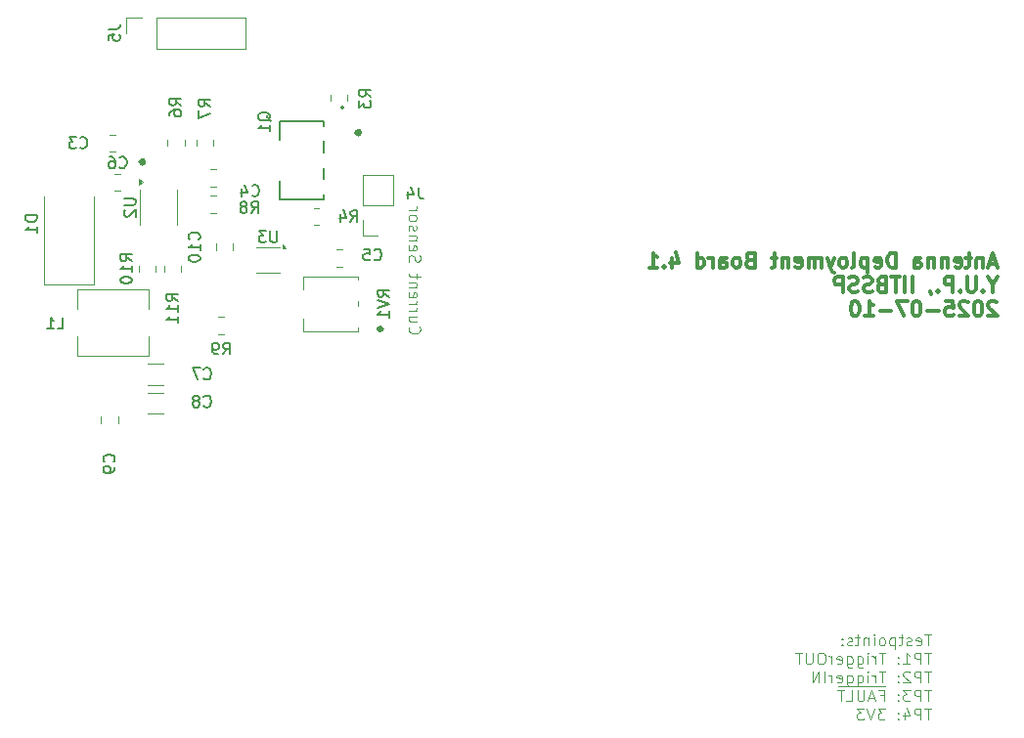
<source format=gbr>
%TF.GenerationSoftware,KiCad,Pcbnew,8.0.8+dfsg-1*%
%TF.CreationDate,2025-07-13T00:35:59+05:30*%
%TF.ProjectId,sanket,73616e6b-6574-42e6-9b69-6361645f7063,4.1*%
%TF.SameCoordinates,Original*%
%TF.FileFunction,Legend,Bot*%
%TF.FilePolarity,Positive*%
%FSLAX46Y46*%
G04 Gerber Fmt 4.6, Leading zero omitted, Abs format (unit mm)*
G04 Created by KiCad (PCBNEW 8.0.8+dfsg-1) date 2025-07-13 00:35:59*
%MOMM*%
%LPD*%
G01*
G04 APERTURE LIST*
%ADD10C,0.359004*%
%ADD11C,0.100000*%
%ADD12C,0.300000*%
%ADD13C,0.150000*%
%ADD14C,0.120000*%
%ADD15C,0.152400*%
G04 APERTURE END LIST*
D10*
X131773402Y-80003400D02*
G75*
G02*
X131414398Y-80003400I-179502J0D01*
G01*
X131414398Y-80003400D02*
G75*
G02*
X131773402Y-80003400I179502J0D01*
G01*
X111148602Y-65525400D02*
G75*
G02*
X110789598Y-65525400I-179502J0D01*
G01*
X110789598Y-65525400D02*
G75*
G02*
X111148602Y-65525400I179502J0D01*
G01*
X129843002Y-62985400D02*
G75*
G02*
X129483998Y-62985400I-179502J0D01*
G01*
X129483998Y-62985400D02*
G75*
G02*
X129843002Y-62985400I179502J0D01*
G01*
D11*
X134153519Y-79788487D02*
X134105900Y-79836106D01*
X134105900Y-79836106D02*
X134058280Y-79978963D01*
X134058280Y-79978963D02*
X134058280Y-80074201D01*
X134058280Y-80074201D02*
X134105900Y-80217058D01*
X134105900Y-80217058D02*
X134201138Y-80312296D01*
X134201138Y-80312296D02*
X134296376Y-80359915D01*
X134296376Y-80359915D02*
X134486852Y-80407534D01*
X134486852Y-80407534D02*
X134629709Y-80407534D01*
X134629709Y-80407534D02*
X134820185Y-80359915D01*
X134820185Y-80359915D02*
X134915423Y-80312296D01*
X134915423Y-80312296D02*
X135010661Y-80217058D01*
X135010661Y-80217058D02*
X135058280Y-80074201D01*
X135058280Y-80074201D02*
X135058280Y-79978963D01*
X135058280Y-79978963D02*
X135010661Y-79836106D01*
X135010661Y-79836106D02*
X134963042Y-79788487D01*
X134724947Y-78931344D02*
X134058280Y-78931344D01*
X134724947Y-79359915D02*
X134201138Y-79359915D01*
X134201138Y-79359915D02*
X134105900Y-79312296D01*
X134105900Y-79312296D02*
X134058280Y-79217058D01*
X134058280Y-79217058D02*
X134058280Y-79074201D01*
X134058280Y-79074201D02*
X134105900Y-78978963D01*
X134105900Y-78978963D02*
X134153519Y-78931344D01*
X134058280Y-78455153D02*
X134724947Y-78455153D01*
X134534471Y-78455153D02*
X134629709Y-78407534D01*
X134629709Y-78407534D02*
X134677328Y-78359915D01*
X134677328Y-78359915D02*
X134724947Y-78264677D01*
X134724947Y-78264677D02*
X134724947Y-78169439D01*
X134058280Y-77836105D02*
X134724947Y-77836105D01*
X134534471Y-77836105D02*
X134629709Y-77788486D01*
X134629709Y-77788486D02*
X134677328Y-77740867D01*
X134677328Y-77740867D02*
X134724947Y-77645629D01*
X134724947Y-77645629D02*
X134724947Y-77550391D01*
X134105900Y-76836105D02*
X134058280Y-76931343D01*
X134058280Y-76931343D02*
X134058280Y-77121819D01*
X134058280Y-77121819D02*
X134105900Y-77217057D01*
X134105900Y-77217057D02*
X134201138Y-77264676D01*
X134201138Y-77264676D02*
X134582090Y-77264676D01*
X134582090Y-77264676D02*
X134677328Y-77217057D01*
X134677328Y-77217057D02*
X134724947Y-77121819D01*
X134724947Y-77121819D02*
X134724947Y-76931343D01*
X134724947Y-76931343D02*
X134677328Y-76836105D01*
X134677328Y-76836105D02*
X134582090Y-76788486D01*
X134582090Y-76788486D02*
X134486852Y-76788486D01*
X134486852Y-76788486D02*
X134391614Y-77264676D01*
X134724947Y-76359914D02*
X134058280Y-76359914D01*
X134629709Y-76359914D02*
X134677328Y-76312295D01*
X134677328Y-76312295D02*
X134724947Y-76217057D01*
X134724947Y-76217057D02*
X134724947Y-76074200D01*
X134724947Y-76074200D02*
X134677328Y-75978962D01*
X134677328Y-75978962D02*
X134582090Y-75931343D01*
X134582090Y-75931343D02*
X134058280Y-75931343D01*
X134724947Y-75598009D02*
X134724947Y-75217057D01*
X135058280Y-75455152D02*
X134201138Y-75455152D01*
X134201138Y-75455152D02*
X134105900Y-75407533D01*
X134105900Y-75407533D02*
X134058280Y-75312295D01*
X134058280Y-75312295D02*
X134058280Y-75217057D01*
X134105900Y-74169437D02*
X134058280Y-74026580D01*
X134058280Y-74026580D02*
X134058280Y-73788485D01*
X134058280Y-73788485D02*
X134105900Y-73693247D01*
X134105900Y-73693247D02*
X134153519Y-73645628D01*
X134153519Y-73645628D02*
X134248757Y-73598009D01*
X134248757Y-73598009D02*
X134343995Y-73598009D01*
X134343995Y-73598009D02*
X134439233Y-73645628D01*
X134439233Y-73645628D02*
X134486852Y-73693247D01*
X134486852Y-73693247D02*
X134534471Y-73788485D01*
X134534471Y-73788485D02*
X134582090Y-73978961D01*
X134582090Y-73978961D02*
X134629709Y-74074199D01*
X134629709Y-74074199D02*
X134677328Y-74121818D01*
X134677328Y-74121818D02*
X134772566Y-74169437D01*
X134772566Y-74169437D02*
X134867804Y-74169437D01*
X134867804Y-74169437D02*
X134963042Y-74121818D01*
X134963042Y-74121818D02*
X135010661Y-74074199D01*
X135010661Y-74074199D02*
X135058280Y-73978961D01*
X135058280Y-73978961D02*
X135058280Y-73740866D01*
X135058280Y-73740866D02*
X135010661Y-73598009D01*
X134105900Y-72788485D02*
X134058280Y-72883723D01*
X134058280Y-72883723D02*
X134058280Y-73074199D01*
X134058280Y-73074199D02*
X134105900Y-73169437D01*
X134105900Y-73169437D02*
X134201138Y-73217056D01*
X134201138Y-73217056D02*
X134582090Y-73217056D01*
X134582090Y-73217056D02*
X134677328Y-73169437D01*
X134677328Y-73169437D02*
X134724947Y-73074199D01*
X134724947Y-73074199D02*
X134724947Y-72883723D01*
X134724947Y-72883723D02*
X134677328Y-72788485D01*
X134677328Y-72788485D02*
X134582090Y-72740866D01*
X134582090Y-72740866D02*
X134486852Y-72740866D01*
X134486852Y-72740866D02*
X134391614Y-73217056D01*
X134724947Y-72312294D02*
X134058280Y-72312294D01*
X134629709Y-72312294D02*
X134677328Y-72264675D01*
X134677328Y-72264675D02*
X134724947Y-72169437D01*
X134724947Y-72169437D02*
X134724947Y-72026580D01*
X134724947Y-72026580D02*
X134677328Y-71931342D01*
X134677328Y-71931342D02*
X134582090Y-71883723D01*
X134582090Y-71883723D02*
X134058280Y-71883723D01*
X134105900Y-71455151D02*
X134058280Y-71359913D01*
X134058280Y-71359913D02*
X134058280Y-71169437D01*
X134058280Y-71169437D02*
X134105900Y-71074199D01*
X134105900Y-71074199D02*
X134201138Y-71026580D01*
X134201138Y-71026580D02*
X134248757Y-71026580D01*
X134248757Y-71026580D02*
X134343995Y-71074199D01*
X134343995Y-71074199D02*
X134391614Y-71169437D01*
X134391614Y-71169437D02*
X134391614Y-71312294D01*
X134391614Y-71312294D02*
X134439233Y-71407532D01*
X134439233Y-71407532D02*
X134534471Y-71455151D01*
X134534471Y-71455151D02*
X134582090Y-71455151D01*
X134582090Y-71455151D02*
X134677328Y-71407532D01*
X134677328Y-71407532D02*
X134724947Y-71312294D01*
X134724947Y-71312294D02*
X134724947Y-71169437D01*
X134724947Y-71169437D02*
X134677328Y-71074199D01*
X134058280Y-70455151D02*
X134105900Y-70550389D01*
X134105900Y-70550389D02*
X134153519Y-70598008D01*
X134153519Y-70598008D02*
X134248757Y-70645627D01*
X134248757Y-70645627D02*
X134534471Y-70645627D01*
X134534471Y-70645627D02*
X134629709Y-70598008D01*
X134629709Y-70598008D02*
X134677328Y-70550389D01*
X134677328Y-70550389D02*
X134724947Y-70455151D01*
X134724947Y-70455151D02*
X134724947Y-70312294D01*
X134724947Y-70312294D02*
X134677328Y-70217056D01*
X134677328Y-70217056D02*
X134629709Y-70169437D01*
X134629709Y-70169437D02*
X134534471Y-70121818D01*
X134534471Y-70121818D02*
X134248757Y-70121818D01*
X134248757Y-70121818D02*
X134153519Y-70169437D01*
X134153519Y-70169437D02*
X134105900Y-70217056D01*
X134105900Y-70217056D02*
X134058280Y-70312294D01*
X134058280Y-70312294D02*
X134058280Y-70455151D01*
X134058280Y-69693246D02*
X134724947Y-69693246D01*
X134534471Y-69693246D02*
X134629709Y-69645627D01*
X134629709Y-69645627D02*
X134677328Y-69598008D01*
X134677328Y-69598008D02*
X134724947Y-69502770D01*
X134724947Y-69502770D02*
X134724947Y-69407532D01*
D12*
X184946112Y-74323476D02*
X184327065Y-74323476D01*
X185069922Y-74694904D02*
X184636589Y-73394904D01*
X184636589Y-73394904D02*
X184203255Y-74694904D01*
X183769922Y-73828238D02*
X183769922Y-74694904D01*
X183769922Y-73952047D02*
X183708017Y-73890142D01*
X183708017Y-73890142D02*
X183584207Y-73828238D01*
X183584207Y-73828238D02*
X183398493Y-73828238D01*
X183398493Y-73828238D02*
X183274684Y-73890142D01*
X183274684Y-73890142D02*
X183212779Y-74013952D01*
X183212779Y-74013952D02*
X183212779Y-74694904D01*
X182779446Y-73828238D02*
X182284208Y-73828238D01*
X182593732Y-73394904D02*
X182593732Y-74509190D01*
X182593732Y-74509190D02*
X182531827Y-74633000D01*
X182531827Y-74633000D02*
X182408017Y-74694904D01*
X182408017Y-74694904D02*
X182284208Y-74694904D01*
X181355637Y-74633000D02*
X181479446Y-74694904D01*
X181479446Y-74694904D02*
X181727065Y-74694904D01*
X181727065Y-74694904D02*
X181850875Y-74633000D01*
X181850875Y-74633000D02*
X181912779Y-74509190D01*
X181912779Y-74509190D02*
X181912779Y-74013952D01*
X181912779Y-74013952D02*
X181850875Y-73890142D01*
X181850875Y-73890142D02*
X181727065Y-73828238D01*
X181727065Y-73828238D02*
X181479446Y-73828238D01*
X181479446Y-73828238D02*
X181355637Y-73890142D01*
X181355637Y-73890142D02*
X181293732Y-74013952D01*
X181293732Y-74013952D02*
X181293732Y-74137761D01*
X181293732Y-74137761D02*
X181912779Y-74261571D01*
X180736589Y-73828238D02*
X180736589Y-74694904D01*
X180736589Y-73952047D02*
X180674684Y-73890142D01*
X180674684Y-73890142D02*
X180550874Y-73828238D01*
X180550874Y-73828238D02*
X180365160Y-73828238D01*
X180365160Y-73828238D02*
X180241351Y-73890142D01*
X180241351Y-73890142D02*
X180179446Y-74013952D01*
X180179446Y-74013952D02*
X180179446Y-74694904D01*
X179560399Y-73828238D02*
X179560399Y-74694904D01*
X179560399Y-73952047D02*
X179498494Y-73890142D01*
X179498494Y-73890142D02*
X179374684Y-73828238D01*
X179374684Y-73828238D02*
X179188970Y-73828238D01*
X179188970Y-73828238D02*
X179065161Y-73890142D01*
X179065161Y-73890142D02*
X179003256Y-74013952D01*
X179003256Y-74013952D02*
X179003256Y-74694904D01*
X177827066Y-74694904D02*
X177827066Y-74013952D01*
X177827066Y-74013952D02*
X177888971Y-73890142D01*
X177888971Y-73890142D02*
X178012780Y-73828238D01*
X178012780Y-73828238D02*
X178260399Y-73828238D01*
X178260399Y-73828238D02*
X178384209Y-73890142D01*
X177827066Y-74633000D02*
X177950875Y-74694904D01*
X177950875Y-74694904D02*
X178260399Y-74694904D01*
X178260399Y-74694904D02*
X178384209Y-74633000D01*
X178384209Y-74633000D02*
X178446113Y-74509190D01*
X178446113Y-74509190D02*
X178446113Y-74385380D01*
X178446113Y-74385380D02*
X178384209Y-74261571D01*
X178384209Y-74261571D02*
X178260399Y-74199666D01*
X178260399Y-74199666D02*
X177950875Y-74199666D01*
X177950875Y-74199666D02*
X177827066Y-74137761D01*
X176217543Y-74694904D02*
X176217543Y-73394904D01*
X176217543Y-73394904D02*
X175908019Y-73394904D01*
X175908019Y-73394904D02*
X175722305Y-73456809D01*
X175722305Y-73456809D02*
X175598495Y-73580619D01*
X175598495Y-73580619D02*
X175536590Y-73704428D01*
X175536590Y-73704428D02*
X175474686Y-73952047D01*
X175474686Y-73952047D02*
X175474686Y-74137761D01*
X175474686Y-74137761D02*
X175536590Y-74385380D01*
X175536590Y-74385380D02*
X175598495Y-74509190D01*
X175598495Y-74509190D02*
X175722305Y-74633000D01*
X175722305Y-74633000D02*
X175908019Y-74694904D01*
X175908019Y-74694904D02*
X176217543Y-74694904D01*
X174422305Y-74633000D02*
X174546114Y-74694904D01*
X174546114Y-74694904D02*
X174793733Y-74694904D01*
X174793733Y-74694904D02*
X174917543Y-74633000D01*
X174917543Y-74633000D02*
X174979447Y-74509190D01*
X174979447Y-74509190D02*
X174979447Y-74013952D01*
X174979447Y-74013952D02*
X174917543Y-73890142D01*
X174917543Y-73890142D02*
X174793733Y-73828238D01*
X174793733Y-73828238D02*
X174546114Y-73828238D01*
X174546114Y-73828238D02*
X174422305Y-73890142D01*
X174422305Y-73890142D02*
X174360400Y-74013952D01*
X174360400Y-74013952D02*
X174360400Y-74137761D01*
X174360400Y-74137761D02*
X174979447Y-74261571D01*
X173803257Y-73828238D02*
X173803257Y-75128238D01*
X173803257Y-73890142D02*
X173679447Y-73828238D01*
X173679447Y-73828238D02*
X173431828Y-73828238D01*
X173431828Y-73828238D02*
X173308019Y-73890142D01*
X173308019Y-73890142D02*
X173246114Y-73952047D01*
X173246114Y-73952047D02*
X173184209Y-74075857D01*
X173184209Y-74075857D02*
X173184209Y-74447285D01*
X173184209Y-74447285D02*
X173246114Y-74571095D01*
X173246114Y-74571095D02*
X173308019Y-74633000D01*
X173308019Y-74633000D02*
X173431828Y-74694904D01*
X173431828Y-74694904D02*
X173679447Y-74694904D01*
X173679447Y-74694904D02*
X173803257Y-74633000D01*
X172441352Y-74694904D02*
X172565162Y-74633000D01*
X172565162Y-74633000D02*
X172627067Y-74509190D01*
X172627067Y-74509190D02*
X172627067Y-73394904D01*
X171760400Y-74694904D02*
X171884210Y-74633000D01*
X171884210Y-74633000D02*
X171946115Y-74571095D01*
X171946115Y-74571095D02*
X172008019Y-74447285D01*
X172008019Y-74447285D02*
X172008019Y-74075857D01*
X172008019Y-74075857D02*
X171946115Y-73952047D01*
X171946115Y-73952047D02*
X171884210Y-73890142D01*
X171884210Y-73890142D02*
X171760400Y-73828238D01*
X171760400Y-73828238D02*
X171574686Y-73828238D01*
X171574686Y-73828238D02*
X171450877Y-73890142D01*
X171450877Y-73890142D02*
X171388972Y-73952047D01*
X171388972Y-73952047D02*
X171327067Y-74075857D01*
X171327067Y-74075857D02*
X171327067Y-74447285D01*
X171327067Y-74447285D02*
X171388972Y-74571095D01*
X171388972Y-74571095D02*
X171450877Y-74633000D01*
X171450877Y-74633000D02*
X171574686Y-74694904D01*
X171574686Y-74694904D02*
X171760400Y-74694904D01*
X170893734Y-73828238D02*
X170584210Y-74694904D01*
X170274687Y-73828238D02*
X170584210Y-74694904D01*
X170584210Y-74694904D02*
X170708020Y-75004428D01*
X170708020Y-75004428D02*
X170769925Y-75066333D01*
X170769925Y-75066333D02*
X170893734Y-75128238D01*
X169779449Y-74694904D02*
X169779449Y-73828238D01*
X169779449Y-73952047D02*
X169717544Y-73890142D01*
X169717544Y-73890142D02*
X169593734Y-73828238D01*
X169593734Y-73828238D02*
X169408020Y-73828238D01*
X169408020Y-73828238D02*
X169284211Y-73890142D01*
X169284211Y-73890142D02*
X169222306Y-74013952D01*
X169222306Y-74013952D02*
X169222306Y-74694904D01*
X169222306Y-74013952D02*
X169160401Y-73890142D01*
X169160401Y-73890142D02*
X169036592Y-73828238D01*
X169036592Y-73828238D02*
X168850877Y-73828238D01*
X168850877Y-73828238D02*
X168727068Y-73890142D01*
X168727068Y-73890142D02*
X168665163Y-74013952D01*
X168665163Y-74013952D02*
X168665163Y-74694904D01*
X167550878Y-74633000D02*
X167674687Y-74694904D01*
X167674687Y-74694904D02*
X167922306Y-74694904D01*
X167922306Y-74694904D02*
X168046116Y-74633000D01*
X168046116Y-74633000D02*
X168108020Y-74509190D01*
X168108020Y-74509190D02*
X168108020Y-74013952D01*
X168108020Y-74013952D02*
X168046116Y-73890142D01*
X168046116Y-73890142D02*
X167922306Y-73828238D01*
X167922306Y-73828238D02*
X167674687Y-73828238D01*
X167674687Y-73828238D02*
X167550878Y-73890142D01*
X167550878Y-73890142D02*
X167488973Y-74013952D01*
X167488973Y-74013952D02*
X167488973Y-74137761D01*
X167488973Y-74137761D02*
X168108020Y-74261571D01*
X166931830Y-73828238D02*
X166931830Y-74694904D01*
X166931830Y-73952047D02*
X166869925Y-73890142D01*
X166869925Y-73890142D02*
X166746115Y-73828238D01*
X166746115Y-73828238D02*
X166560401Y-73828238D01*
X166560401Y-73828238D02*
X166436592Y-73890142D01*
X166436592Y-73890142D02*
X166374687Y-74013952D01*
X166374687Y-74013952D02*
X166374687Y-74694904D01*
X165941354Y-73828238D02*
X165446116Y-73828238D01*
X165755640Y-73394904D02*
X165755640Y-74509190D01*
X165755640Y-74509190D02*
X165693735Y-74633000D01*
X165693735Y-74633000D02*
X165569925Y-74694904D01*
X165569925Y-74694904D02*
X165446116Y-74694904D01*
X163588973Y-74013952D02*
X163403259Y-74075857D01*
X163403259Y-74075857D02*
X163341354Y-74137761D01*
X163341354Y-74137761D02*
X163279450Y-74261571D01*
X163279450Y-74261571D02*
X163279450Y-74447285D01*
X163279450Y-74447285D02*
X163341354Y-74571095D01*
X163341354Y-74571095D02*
X163403259Y-74633000D01*
X163403259Y-74633000D02*
X163527069Y-74694904D01*
X163527069Y-74694904D02*
X164022307Y-74694904D01*
X164022307Y-74694904D02*
X164022307Y-73394904D01*
X164022307Y-73394904D02*
X163588973Y-73394904D01*
X163588973Y-73394904D02*
X163465164Y-73456809D01*
X163465164Y-73456809D02*
X163403259Y-73518714D01*
X163403259Y-73518714D02*
X163341354Y-73642523D01*
X163341354Y-73642523D02*
X163341354Y-73766333D01*
X163341354Y-73766333D02*
X163403259Y-73890142D01*
X163403259Y-73890142D02*
X163465164Y-73952047D01*
X163465164Y-73952047D02*
X163588973Y-74013952D01*
X163588973Y-74013952D02*
X164022307Y-74013952D01*
X162536592Y-74694904D02*
X162660402Y-74633000D01*
X162660402Y-74633000D02*
X162722307Y-74571095D01*
X162722307Y-74571095D02*
X162784211Y-74447285D01*
X162784211Y-74447285D02*
X162784211Y-74075857D01*
X162784211Y-74075857D02*
X162722307Y-73952047D01*
X162722307Y-73952047D02*
X162660402Y-73890142D01*
X162660402Y-73890142D02*
X162536592Y-73828238D01*
X162536592Y-73828238D02*
X162350878Y-73828238D01*
X162350878Y-73828238D02*
X162227069Y-73890142D01*
X162227069Y-73890142D02*
X162165164Y-73952047D01*
X162165164Y-73952047D02*
X162103259Y-74075857D01*
X162103259Y-74075857D02*
X162103259Y-74447285D01*
X162103259Y-74447285D02*
X162165164Y-74571095D01*
X162165164Y-74571095D02*
X162227069Y-74633000D01*
X162227069Y-74633000D02*
X162350878Y-74694904D01*
X162350878Y-74694904D02*
X162536592Y-74694904D01*
X160988974Y-74694904D02*
X160988974Y-74013952D01*
X160988974Y-74013952D02*
X161050879Y-73890142D01*
X161050879Y-73890142D02*
X161174688Y-73828238D01*
X161174688Y-73828238D02*
X161422307Y-73828238D01*
X161422307Y-73828238D02*
X161546117Y-73890142D01*
X160988974Y-74633000D02*
X161112783Y-74694904D01*
X161112783Y-74694904D02*
X161422307Y-74694904D01*
X161422307Y-74694904D02*
X161546117Y-74633000D01*
X161546117Y-74633000D02*
X161608021Y-74509190D01*
X161608021Y-74509190D02*
X161608021Y-74385380D01*
X161608021Y-74385380D02*
X161546117Y-74261571D01*
X161546117Y-74261571D02*
X161422307Y-74199666D01*
X161422307Y-74199666D02*
X161112783Y-74199666D01*
X161112783Y-74199666D02*
X160988974Y-74137761D01*
X160369927Y-74694904D02*
X160369927Y-73828238D01*
X160369927Y-74075857D02*
X160308022Y-73952047D01*
X160308022Y-73952047D02*
X160246117Y-73890142D01*
X160246117Y-73890142D02*
X160122308Y-73828238D01*
X160122308Y-73828238D02*
X159998498Y-73828238D01*
X159008022Y-74694904D02*
X159008022Y-73394904D01*
X159008022Y-74633000D02*
X159131831Y-74694904D01*
X159131831Y-74694904D02*
X159379450Y-74694904D01*
X159379450Y-74694904D02*
X159503260Y-74633000D01*
X159503260Y-74633000D02*
X159565165Y-74571095D01*
X159565165Y-74571095D02*
X159627069Y-74447285D01*
X159627069Y-74447285D02*
X159627069Y-74075857D01*
X159627069Y-74075857D02*
X159565165Y-73952047D01*
X159565165Y-73952047D02*
X159503260Y-73890142D01*
X159503260Y-73890142D02*
X159379450Y-73828238D01*
X159379450Y-73828238D02*
X159131831Y-73828238D01*
X159131831Y-73828238D02*
X159008022Y-73890142D01*
X156841356Y-73828238D02*
X156841356Y-74694904D01*
X157150880Y-73333000D02*
X157460403Y-74261571D01*
X157460403Y-74261571D02*
X156655642Y-74261571D01*
X156160404Y-74571095D02*
X156098499Y-74633000D01*
X156098499Y-74633000D02*
X156160404Y-74694904D01*
X156160404Y-74694904D02*
X156222308Y-74633000D01*
X156222308Y-74633000D02*
X156160404Y-74571095D01*
X156160404Y-74571095D02*
X156160404Y-74694904D01*
X154860403Y-74694904D02*
X155603260Y-74694904D01*
X155231832Y-74694904D02*
X155231832Y-73394904D01*
X155231832Y-73394904D02*
X155355641Y-73580619D01*
X155355641Y-73580619D02*
X155479451Y-73704428D01*
X155479451Y-73704428D02*
X155603260Y-73766333D01*
X184636589Y-76168784D02*
X184636589Y-76787831D01*
X185069922Y-75487831D02*
X184636589Y-76168784D01*
X184636589Y-76168784D02*
X184203255Y-75487831D01*
X183769922Y-76664022D02*
X183708017Y-76725927D01*
X183708017Y-76725927D02*
X183769922Y-76787831D01*
X183769922Y-76787831D02*
X183831826Y-76725927D01*
X183831826Y-76725927D02*
X183769922Y-76664022D01*
X183769922Y-76664022D02*
X183769922Y-76787831D01*
X183150874Y-75487831D02*
X183150874Y-76540212D01*
X183150874Y-76540212D02*
X183088969Y-76664022D01*
X183088969Y-76664022D02*
X183027064Y-76725927D01*
X183027064Y-76725927D02*
X182903255Y-76787831D01*
X182903255Y-76787831D02*
X182655636Y-76787831D01*
X182655636Y-76787831D02*
X182531826Y-76725927D01*
X182531826Y-76725927D02*
X182469921Y-76664022D01*
X182469921Y-76664022D02*
X182408017Y-76540212D01*
X182408017Y-76540212D02*
X182408017Y-75487831D01*
X181788969Y-76664022D02*
X181727064Y-76725927D01*
X181727064Y-76725927D02*
X181788969Y-76787831D01*
X181788969Y-76787831D02*
X181850873Y-76725927D01*
X181850873Y-76725927D02*
X181788969Y-76664022D01*
X181788969Y-76664022D02*
X181788969Y-76787831D01*
X181169921Y-76787831D02*
X181169921Y-75487831D01*
X181169921Y-75487831D02*
X180674683Y-75487831D01*
X180674683Y-75487831D02*
X180550873Y-75549736D01*
X180550873Y-75549736D02*
X180488968Y-75611641D01*
X180488968Y-75611641D02*
X180427064Y-75735450D01*
X180427064Y-75735450D02*
X180427064Y-75921165D01*
X180427064Y-75921165D02*
X180488968Y-76044974D01*
X180488968Y-76044974D02*
X180550873Y-76106879D01*
X180550873Y-76106879D02*
X180674683Y-76168784D01*
X180674683Y-76168784D02*
X181169921Y-76168784D01*
X179869921Y-76664022D02*
X179808016Y-76725927D01*
X179808016Y-76725927D02*
X179869921Y-76787831D01*
X179869921Y-76787831D02*
X179931825Y-76725927D01*
X179931825Y-76725927D02*
X179869921Y-76664022D01*
X179869921Y-76664022D02*
X179869921Y-76787831D01*
X179188968Y-76725927D02*
X179188968Y-76787831D01*
X179188968Y-76787831D02*
X179250873Y-76911641D01*
X179250873Y-76911641D02*
X179312777Y-76973546D01*
X177641349Y-76787831D02*
X177641349Y-75487831D01*
X177022301Y-76787831D02*
X177022301Y-75487831D01*
X176588967Y-75487831D02*
X175846110Y-75487831D01*
X176217538Y-76787831D02*
X176217538Y-75487831D01*
X174979443Y-76106879D02*
X174793729Y-76168784D01*
X174793729Y-76168784D02*
X174731824Y-76230688D01*
X174731824Y-76230688D02*
X174669920Y-76354498D01*
X174669920Y-76354498D02*
X174669920Y-76540212D01*
X174669920Y-76540212D02*
X174731824Y-76664022D01*
X174731824Y-76664022D02*
X174793729Y-76725927D01*
X174793729Y-76725927D02*
X174917539Y-76787831D01*
X174917539Y-76787831D02*
X175412777Y-76787831D01*
X175412777Y-76787831D02*
X175412777Y-75487831D01*
X175412777Y-75487831D02*
X174979443Y-75487831D01*
X174979443Y-75487831D02*
X174855634Y-75549736D01*
X174855634Y-75549736D02*
X174793729Y-75611641D01*
X174793729Y-75611641D02*
X174731824Y-75735450D01*
X174731824Y-75735450D02*
X174731824Y-75859260D01*
X174731824Y-75859260D02*
X174793729Y-75983069D01*
X174793729Y-75983069D02*
X174855634Y-76044974D01*
X174855634Y-76044974D02*
X174979443Y-76106879D01*
X174979443Y-76106879D02*
X175412777Y-76106879D01*
X174174681Y-76725927D02*
X173988967Y-76787831D01*
X173988967Y-76787831D02*
X173679443Y-76787831D01*
X173679443Y-76787831D02*
X173555634Y-76725927D01*
X173555634Y-76725927D02*
X173493729Y-76664022D01*
X173493729Y-76664022D02*
X173431824Y-76540212D01*
X173431824Y-76540212D02*
X173431824Y-76416403D01*
X173431824Y-76416403D02*
X173493729Y-76292593D01*
X173493729Y-76292593D02*
X173555634Y-76230688D01*
X173555634Y-76230688D02*
X173679443Y-76168784D01*
X173679443Y-76168784D02*
X173927062Y-76106879D01*
X173927062Y-76106879D02*
X174050872Y-76044974D01*
X174050872Y-76044974D02*
X174112777Y-75983069D01*
X174112777Y-75983069D02*
X174174681Y-75859260D01*
X174174681Y-75859260D02*
X174174681Y-75735450D01*
X174174681Y-75735450D02*
X174112777Y-75611641D01*
X174112777Y-75611641D02*
X174050872Y-75549736D01*
X174050872Y-75549736D02*
X173927062Y-75487831D01*
X173927062Y-75487831D02*
X173617539Y-75487831D01*
X173617539Y-75487831D02*
X173431824Y-75549736D01*
X172936586Y-76725927D02*
X172750872Y-76787831D01*
X172750872Y-76787831D02*
X172441348Y-76787831D01*
X172441348Y-76787831D02*
X172317539Y-76725927D01*
X172317539Y-76725927D02*
X172255634Y-76664022D01*
X172255634Y-76664022D02*
X172193729Y-76540212D01*
X172193729Y-76540212D02*
X172193729Y-76416403D01*
X172193729Y-76416403D02*
X172255634Y-76292593D01*
X172255634Y-76292593D02*
X172317539Y-76230688D01*
X172317539Y-76230688D02*
X172441348Y-76168784D01*
X172441348Y-76168784D02*
X172688967Y-76106879D01*
X172688967Y-76106879D02*
X172812777Y-76044974D01*
X172812777Y-76044974D02*
X172874682Y-75983069D01*
X172874682Y-75983069D02*
X172936586Y-75859260D01*
X172936586Y-75859260D02*
X172936586Y-75735450D01*
X172936586Y-75735450D02*
X172874682Y-75611641D01*
X172874682Y-75611641D02*
X172812777Y-75549736D01*
X172812777Y-75549736D02*
X172688967Y-75487831D01*
X172688967Y-75487831D02*
X172379444Y-75487831D01*
X172379444Y-75487831D02*
X172193729Y-75549736D01*
X171636587Y-76787831D02*
X171636587Y-75487831D01*
X171636587Y-75487831D02*
X171141349Y-75487831D01*
X171141349Y-75487831D02*
X171017539Y-75549736D01*
X171017539Y-75549736D02*
X170955634Y-75611641D01*
X170955634Y-75611641D02*
X170893730Y-75735450D01*
X170893730Y-75735450D02*
X170893730Y-75921165D01*
X170893730Y-75921165D02*
X170955634Y-76044974D01*
X170955634Y-76044974D02*
X171017539Y-76106879D01*
X171017539Y-76106879D02*
X171141349Y-76168784D01*
X171141349Y-76168784D02*
X171636587Y-76168784D01*
X184946112Y-77704568D02*
X184884208Y-77642663D01*
X184884208Y-77642663D02*
X184760398Y-77580758D01*
X184760398Y-77580758D02*
X184450874Y-77580758D01*
X184450874Y-77580758D02*
X184327065Y-77642663D01*
X184327065Y-77642663D02*
X184265160Y-77704568D01*
X184265160Y-77704568D02*
X184203255Y-77828377D01*
X184203255Y-77828377D02*
X184203255Y-77952187D01*
X184203255Y-77952187D02*
X184265160Y-78137901D01*
X184265160Y-78137901D02*
X185008017Y-78880758D01*
X185008017Y-78880758D02*
X184203255Y-78880758D01*
X183398494Y-77580758D02*
X183274684Y-77580758D01*
X183274684Y-77580758D02*
X183150875Y-77642663D01*
X183150875Y-77642663D02*
X183088970Y-77704568D01*
X183088970Y-77704568D02*
X183027065Y-77828377D01*
X183027065Y-77828377D02*
X182965160Y-78075996D01*
X182965160Y-78075996D02*
X182965160Y-78385520D01*
X182965160Y-78385520D02*
X183027065Y-78633139D01*
X183027065Y-78633139D02*
X183088970Y-78756949D01*
X183088970Y-78756949D02*
X183150875Y-78818854D01*
X183150875Y-78818854D02*
X183274684Y-78880758D01*
X183274684Y-78880758D02*
X183398494Y-78880758D01*
X183398494Y-78880758D02*
X183522303Y-78818854D01*
X183522303Y-78818854D02*
X183584208Y-78756949D01*
X183584208Y-78756949D02*
X183646113Y-78633139D01*
X183646113Y-78633139D02*
X183708017Y-78385520D01*
X183708017Y-78385520D02*
X183708017Y-78075996D01*
X183708017Y-78075996D02*
X183646113Y-77828377D01*
X183646113Y-77828377D02*
X183584208Y-77704568D01*
X183584208Y-77704568D02*
X183522303Y-77642663D01*
X183522303Y-77642663D02*
X183398494Y-77580758D01*
X182469922Y-77704568D02*
X182408018Y-77642663D01*
X182408018Y-77642663D02*
X182284208Y-77580758D01*
X182284208Y-77580758D02*
X181974684Y-77580758D01*
X181974684Y-77580758D02*
X181850875Y-77642663D01*
X181850875Y-77642663D02*
X181788970Y-77704568D01*
X181788970Y-77704568D02*
X181727065Y-77828377D01*
X181727065Y-77828377D02*
X181727065Y-77952187D01*
X181727065Y-77952187D02*
X181788970Y-78137901D01*
X181788970Y-78137901D02*
X182531827Y-78880758D01*
X182531827Y-78880758D02*
X181727065Y-78880758D01*
X180550875Y-77580758D02*
X181169923Y-77580758D01*
X181169923Y-77580758D02*
X181231827Y-78199806D01*
X181231827Y-78199806D02*
X181169923Y-78137901D01*
X181169923Y-78137901D02*
X181046113Y-78075996D01*
X181046113Y-78075996D02*
X180736589Y-78075996D01*
X180736589Y-78075996D02*
X180612780Y-78137901D01*
X180612780Y-78137901D02*
X180550875Y-78199806D01*
X180550875Y-78199806D02*
X180488970Y-78323615D01*
X180488970Y-78323615D02*
X180488970Y-78633139D01*
X180488970Y-78633139D02*
X180550875Y-78756949D01*
X180550875Y-78756949D02*
X180612780Y-78818854D01*
X180612780Y-78818854D02*
X180736589Y-78880758D01*
X180736589Y-78880758D02*
X181046113Y-78880758D01*
X181046113Y-78880758D02*
X181169923Y-78818854D01*
X181169923Y-78818854D02*
X181231827Y-78756949D01*
X179931828Y-78385520D02*
X178941352Y-78385520D01*
X178074685Y-77580758D02*
X177950875Y-77580758D01*
X177950875Y-77580758D02*
X177827066Y-77642663D01*
X177827066Y-77642663D02*
X177765161Y-77704568D01*
X177765161Y-77704568D02*
X177703256Y-77828377D01*
X177703256Y-77828377D02*
X177641351Y-78075996D01*
X177641351Y-78075996D02*
X177641351Y-78385520D01*
X177641351Y-78385520D02*
X177703256Y-78633139D01*
X177703256Y-78633139D02*
X177765161Y-78756949D01*
X177765161Y-78756949D02*
X177827066Y-78818854D01*
X177827066Y-78818854D02*
X177950875Y-78880758D01*
X177950875Y-78880758D02*
X178074685Y-78880758D01*
X178074685Y-78880758D02*
X178198494Y-78818854D01*
X178198494Y-78818854D02*
X178260399Y-78756949D01*
X178260399Y-78756949D02*
X178322304Y-78633139D01*
X178322304Y-78633139D02*
X178384208Y-78385520D01*
X178384208Y-78385520D02*
X178384208Y-78075996D01*
X178384208Y-78075996D02*
X178322304Y-77828377D01*
X178322304Y-77828377D02*
X178260399Y-77704568D01*
X178260399Y-77704568D02*
X178198494Y-77642663D01*
X178198494Y-77642663D02*
X178074685Y-77580758D01*
X177208018Y-77580758D02*
X176341352Y-77580758D01*
X176341352Y-77580758D02*
X176898494Y-78880758D01*
X175846114Y-78385520D02*
X174855638Y-78385520D01*
X173555637Y-78880758D02*
X174298494Y-78880758D01*
X173927066Y-78880758D02*
X173927066Y-77580758D01*
X173927066Y-77580758D02*
X174050875Y-77766473D01*
X174050875Y-77766473D02*
X174174685Y-77890282D01*
X174174685Y-77890282D02*
X174298494Y-77952187D01*
X172750876Y-77580758D02*
X172627066Y-77580758D01*
X172627066Y-77580758D02*
X172503257Y-77642663D01*
X172503257Y-77642663D02*
X172441352Y-77704568D01*
X172441352Y-77704568D02*
X172379447Y-77828377D01*
X172379447Y-77828377D02*
X172317542Y-78075996D01*
X172317542Y-78075996D02*
X172317542Y-78385520D01*
X172317542Y-78385520D02*
X172379447Y-78633139D01*
X172379447Y-78633139D02*
X172441352Y-78756949D01*
X172441352Y-78756949D02*
X172503257Y-78818854D01*
X172503257Y-78818854D02*
X172627066Y-78880758D01*
X172627066Y-78880758D02*
X172750876Y-78880758D01*
X172750876Y-78880758D02*
X172874685Y-78818854D01*
X172874685Y-78818854D02*
X172936590Y-78756949D01*
X172936590Y-78756949D02*
X172998495Y-78633139D01*
X172998495Y-78633139D02*
X173060399Y-78385520D01*
X173060399Y-78385520D02*
X173060399Y-78075996D01*
X173060399Y-78075996D02*
X172998495Y-77828377D01*
X172998495Y-77828377D02*
X172936590Y-77704568D01*
X172936590Y-77704568D02*
X172874685Y-77642663D01*
X172874685Y-77642663D02*
X172750876Y-77580758D01*
D11*
X179286472Y-106411019D02*
X178715044Y-106411019D01*
X179000758Y-107411019D02*
X179000758Y-106411019D01*
X178000758Y-107363400D02*
X178095996Y-107411019D01*
X178095996Y-107411019D02*
X178286472Y-107411019D01*
X178286472Y-107411019D02*
X178381710Y-107363400D01*
X178381710Y-107363400D02*
X178429329Y-107268161D01*
X178429329Y-107268161D02*
X178429329Y-106887209D01*
X178429329Y-106887209D02*
X178381710Y-106791971D01*
X178381710Y-106791971D02*
X178286472Y-106744352D01*
X178286472Y-106744352D02*
X178095996Y-106744352D01*
X178095996Y-106744352D02*
X178000758Y-106791971D01*
X178000758Y-106791971D02*
X177953139Y-106887209D01*
X177953139Y-106887209D02*
X177953139Y-106982447D01*
X177953139Y-106982447D02*
X178429329Y-107077685D01*
X177572186Y-107363400D02*
X177476948Y-107411019D01*
X177476948Y-107411019D02*
X177286472Y-107411019D01*
X177286472Y-107411019D02*
X177191234Y-107363400D01*
X177191234Y-107363400D02*
X177143615Y-107268161D01*
X177143615Y-107268161D02*
X177143615Y-107220542D01*
X177143615Y-107220542D02*
X177191234Y-107125304D01*
X177191234Y-107125304D02*
X177286472Y-107077685D01*
X177286472Y-107077685D02*
X177429329Y-107077685D01*
X177429329Y-107077685D02*
X177524567Y-107030066D01*
X177524567Y-107030066D02*
X177572186Y-106934828D01*
X177572186Y-106934828D02*
X177572186Y-106887209D01*
X177572186Y-106887209D02*
X177524567Y-106791971D01*
X177524567Y-106791971D02*
X177429329Y-106744352D01*
X177429329Y-106744352D02*
X177286472Y-106744352D01*
X177286472Y-106744352D02*
X177191234Y-106791971D01*
X176857900Y-106744352D02*
X176476948Y-106744352D01*
X176715043Y-106411019D02*
X176715043Y-107268161D01*
X176715043Y-107268161D02*
X176667424Y-107363400D01*
X176667424Y-107363400D02*
X176572186Y-107411019D01*
X176572186Y-107411019D02*
X176476948Y-107411019D01*
X176143614Y-106744352D02*
X176143614Y-107744352D01*
X176143614Y-106791971D02*
X176048376Y-106744352D01*
X176048376Y-106744352D02*
X175857900Y-106744352D01*
X175857900Y-106744352D02*
X175762662Y-106791971D01*
X175762662Y-106791971D02*
X175715043Y-106839590D01*
X175715043Y-106839590D02*
X175667424Y-106934828D01*
X175667424Y-106934828D02*
X175667424Y-107220542D01*
X175667424Y-107220542D02*
X175715043Y-107315780D01*
X175715043Y-107315780D02*
X175762662Y-107363400D01*
X175762662Y-107363400D02*
X175857900Y-107411019D01*
X175857900Y-107411019D02*
X176048376Y-107411019D01*
X176048376Y-107411019D02*
X176143614Y-107363400D01*
X175095995Y-107411019D02*
X175191233Y-107363400D01*
X175191233Y-107363400D02*
X175238852Y-107315780D01*
X175238852Y-107315780D02*
X175286471Y-107220542D01*
X175286471Y-107220542D02*
X175286471Y-106934828D01*
X175286471Y-106934828D02*
X175238852Y-106839590D01*
X175238852Y-106839590D02*
X175191233Y-106791971D01*
X175191233Y-106791971D02*
X175095995Y-106744352D01*
X175095995Y-106744352D02*
X174953138Y-106744352D01*
X174953138Y-106744352D02*
X174857900Y-106791971D01*
X174857900Y-106791971D02*
X174810281Y-106839590D01*
X174810281Y-106839590D02*
X174762662Y-106934828D01*
X174762662Y-106934828D02*
X174762662Y-107220542D01*
X174762662Y-107220542D02*
X174810281Y-107315780D01*
X174810281Y-107315780D02*
X174857900Y-107363400D01*
X174857900Y-107363400D02*
X174953138Y-107411019D01*
X174953138Y-107411019D02*
X175095995Y-107411019D01*
X174334090Y-107411019D02*
X174334090Y-106744352D01*
X174334090Y-106411019D02*
X174381709Y-106458638D01*
X174381709Y-106458638D02*
X174334090Y-106506257D01*
X174334090Y-106506257D02*
X174286471Y-106458638D01*
X174286471Y-106458638D02*
X174334090Y-106411019D01*
X174334090Y-106411019D02*
X174334090Y-106506257D01*
X173857900Y-106744352D02*
X173857900Y-107411019D01*
X173857900Y-106839590D02*
X173810281Y-106791971D01*
X173810281Y-106791971D02*
X173715043Y-106744352D01*
X173715043Y-106744352D02*
X173572186Y-106744352D01*
X173572186Y-106744352D02*
X173476948Y-106791971D01*
X173476948Y-106791971D02*
X173429329Y-106887209D01*
X173429329Y-106887209D02*
X173429329Y-107411019D01*
X173095995Y-106744352D02*
X172715043Y-106744352D01*
X172953138Y-106411019D02*
X172953138Y-107268161D01*
X172953138Y-107268161D02*
X172905519Y-107363400D01*
X172905519Y-107363400D02*
X172810281Y-107411019D01*
X172810281Y-107411019D02*
X172715043Y-107411019D01*
X172429328Y-107363400D02*
X172334090Y-107411019D01*
X172334090Y-107411019D02*
X172143614Y-107411019D01*
X172143614Y-107411019D02*
X172048376Y-107363400D01*
X172048376Y-107363400D02*
X172000757Y-107268161D01*
X172000757Y-107268161D02*
X172000757Y-107220542D01*
X172000757Y-107220542D02*
X172048376Y-107125304D01*
X172048376Y-107125304D02*
X172143614Y-107077685D01*
X172143614Y-107077685D02*
X172286471Y-107077685D01*
X172286471Y-107077685D02*
X172381709Y-107030066D01*
X172381709Y-107030066D02*
X172429328Y-106934828D01*
X172429328Y-106934828D02*
X172429328Y-106887209D01*
X172429328Y-106887209D02*
X172381709Y-106791971D01*
X172381709Y-106791971D02*
X172286471Y-106744352D01*
X172286471Y-106744352D02*
X172143614Y-106744352D01*
X172143614Y-106744352D02*
X172048376Y-106791971D01*
X171572185Y-107315780D02*
X171524566Y-107363400D01*
X171524566Y-107363400D02*
X171572185Y-107411019D01*
X171572185Y-107411019D02*
X171619804Y-107363400D01*
X171619804Y-107363400D02*
X171572185Y-107315780D01*
X171572185Y-107315780D02*
X171572185Y-107411019D01*
X171572185Y-106791971D02*
X171524566Y-106839590D01*
X171524566Y-106839590D02*
X171572185Y-106887209D01*
X171572185Y-106887209D02*
X171619804Y-106839590D01*
X171619804Y-106839590D02*
X171572185Y-106791971D01*
X171572185Y-106791971D02*
X171572185Y-106887209D01*
X179286472Y-108020963D02*
X178715044Y-108020963D01*
X179000758Y-109020963D02*
X179000758Y-108020963D01*
X178381710Y-109020963D02*
X178381710Y-108020963D01*
X178381710Y-108020963D02*
X178000758Y-108020963D01*
X178000758Y-108020963D02*
X177905520Y-108068582D01*
X177905520Y-108068582D02*
X177857901Y-108116201D01*
X177857901Y-108116201D02*
X177810282Y-108211439D01*
X177810282Y-108211439D02*
X177810282Y-108354296D01*
X177810282Y-108354296D02*
X177857901Y-108449534D01*
X177857901Y-108449534D02*
X177905520Y-108497153D01*
X177905520Y-108497153D02*
X178000758Y-108544772D01*
X178000758Y-108544772D02*
X178381710Y-108544772D01*
X176857901Y-109020963D02*
X177429329Y-109020963D01*
X177143615Y-109020963D02*
X177143615Y-108020963D01*
X177143615Y-108020963D02*
X177238853Y-108163820D01*
X177238853Y-108163820D02*
X177334091Y-108259058D01*
X177334091Y-108259058D02*
X177429329Y-108306677D01*
X176429329Y-108925724D02*
X176381710Y-108973344D01*
X176381710Y-108973344D02*
X176429329Y-109020963D01*
X176429329Y-109020963D02*
X176476948Y-108973344D01*
X176476948Y-108973344D02*
X176429329Y-108925724D01*
X176429329Y-108925724D02*
X176429329Y-109020963D01*
X176429329Y-108401915D02*
X176381710Y-108449534D01*
X176381710Y-108449534D02*
X176429329Y-108497153D01*
X176429329Y-108497153D02*
X176476948Y-108449534D01*
X176476948Y-108449534D02*
X176429329Y-108401915D01*
X176429329Y-108401915D02*
X176429329Y-108497153D01*
X175334091Y-108020963D02*
X174762663Y-108020963D01*
X175048377Y-109020963D02*
X175048377Y-108020963D01*
X174429329Y-109020963D02*
X174429329Y-108354296D01*
X174429329Y-108544772D02*
X174381710Y-108449534D01*
X174381710Y-108449534D02*
X174334091Y-108401915D01*
X174334091Y-108401915D02*
X174238853Y-108354296D01*
X174238853Y-108354296D02*
X174143615Y-108354296D01*
X173810281Y-109020963D02*
X173810281Y-108354296D01*
X173810281Y-108020963D02*
X173857900Y-108068582D01*
X173857900Y-108068582D02*
X173810281Y-108116201D01*
X173810281Y-108116201D02*
X173762662Y-108068582D01*
X173762662Y-108068582D02*
X173810281Y-108020963D01*
X173810281Y-108020963D02*
X173810281Y-108116201D01*
X172905520Y-108354296D02*
X172905520Y-109163820D01*
X172905520Y-109163820D02*
X172953139Y-109259058D01*
X172953139Y-109259058D02*
X173000758Y-109306677D01*
X173000758Y-109306677D02*
X173095996Y-109354296D01*
X173095996Y-109354296D02*
X173238853Y-109354296D01*
X173238853Y-109354296D02*
X173334091Y-109306677D01*
X172905520Y-108973344D02*
X173000758Y-109020963D01*
X173000758Y-109020963D02*
X173191234Y-109020963D01*
X173191234Y-109020963D02*
X173286472Y-108973344D01*
X173286472Y-108973344D02*
X173334091Y-108925724D01*
X173334091Y-108925724D02*
X173381710Y-108830486D01*
X173381710Y-108830486D02*
X173381710Y-108544772D01*
X173381710Y-108544772D02*
X173334091Y-108449534D01*
X173334091Y-108449534D02*
X173286472Y-108401915D01*
X173286472Y-108401915D02*
X173191234Y-108354296D01*
X173191234Y-108354296D02*
X173000758Y-108354296D01*
X173000758Y-108354296D02*
X172905520Y-108401915D01*
X172000758Y-108354296D02*
X172000758Y-109163820D01*
X172000758Y-109163820D02*
X172048377Y-109259058D01*
X172048377Y-109259058D02*
X172095996Y-109306677D01*
X172095996Y-109306677D02*
X172191234Y-109354296D01*
X172191234Y-109354296D02*
X172334091Y-109354296D01*
X172334091Y-109354296D02*
X172429329Y-109306677D01*
X172000758Y-108973344D02*
X172095996Y-109020963D01*
X172095996Y-109020963D02*
X172286472Y-109020963D01*
X172286472Y-109020963D02*
X172381710Y-108973344D01*
X172381710Y-108973344D02*
X172429329Y-108925724D01*
X172429329Y-108925724D02*
X172476948Y-108830486D01*
X172476948Y-108830486D02*
X172476948Y-108544772D01*
X172476948Y-108544772D02*
X172429329Y-108449534D01*
X172429329Y-108449534D02*
X172381710Y-108401915D01*
X172381710Y-108401915D02*
X172286472Y-108354296D01*
X172286472Y-108354296D02*
X172095996Y-108354296D01*
X172095996Y-108354296D02*
X172000758Y-108401915D01*
X171143615Y-108973344D02*
X171238853Y-109020963D01*
X171238853Y-109020963D02*
X171429329Y-109020963D01*
X171429329Y-109020963D02*
X171524567Y-108973344D01*
X171524567Y-108973344D02*
X171572186Y-108878105D01*
X171572186Y-108878105D02*
X171572186Y-108497153D01*
X171572186Y-108497153D02*
X171524567Y-108401915D01*
X171524567Y-108401915D02*
X171429329Y-108354296D01*
X171429329Y-108354296D02*
X171238853Y-108354296D01*
X171238853Y-108354296D02*
X171143615Y-108401915D01*
X171143615Y-108401915D02*
X171095996Y-108497153D01*
X171095996Y-108497153D02*
X171095996Y-108592391D01*
X171095996Y-108592391D02*
X171572186Y-108687629D01*
X170667424Y-109020963D02*
X170667424Y-108354296D01*
X170667424Y-108544772D02*
X170619805Y-108449534D01*
X170619805Y-108449534D02*
X170572186Y-108401915D01*
X170572186Y-108401915D02*
X170476948Y-108354296D01*
X170476948Y-108354296D02*
X170381710Y-108354296D01*
X169857900Y-108020963D02*
X169667424Y-108020963D01*
X169667424Y-108020963D02*
X169572186Y-108068582D01*
X169572186Y-108068582D02*
X169476948Y-108163820D01*
X169476948Y-108163820D02*
X169429329Y-108354296D01*
X169429329Y-108354296D02*
X169429329Y-108687629D01*
X169429329Y-108687629D02*
X169476948Y-108878105D01*
X169476948Y-108878105D02*
X169572186Y-108973344D01*
X169572186Y-108973344D02*
X169667424Y-109020963D01*
X169667424Y-109020963D02*
X169857900Y-109020963D01*
X169857900Y-109020963D02*
X169953138Y-108973344D01*
X169953138Y-108973344D02*
X170048376Y-108878105D01*
X170048376Y-108878105D02*
X170095995Y-108687629D01*
X170095995Y-108687629D02*
X170095995Y-108354296D01*
X170095995Y-108354296D02*
X170048376Y-108163820D01*
X170048376Y-108163820D02*
X169953138Y-108068582D01*
X169953138Y-108068582D02*
X169857900Y-108020963D01*
X169000757Y-108020963D02*
X169000757Y-108830486D01*
X169000757Y-108830486D02*
X168953138Y-108925724D01*
X168953138Y-108925724D02*
X168905519Y-108973344D01*
X168905519Y-108973344D02*
X168810281Y-109020963D01*
X168810281Y-109020963D02*
X168619805Y-109020963D01*
X168619805Y-109020963D02*
X168524567Y-108973344D01*
X168524567Y-108973344D02*
X168476948Y-108925724D01*
X168476948Y-108925724D02*
X168429329Y-108830486D01*
X168429329Y-108830486D02*
X168429329Y-108020963D01*
X168095995Y-108020963D02*
X167524567Y-108020963D01*
X167810281Y-109020963D02*
X167810281Y-108020963D01*
X179286472Y-109630907D02*
X178715044Y-109630907D01*
X179000758Y-110630907D02*
X179000758Y-109630907D01*
X178381710Y-110630907D02*
X178381710Y-109630907D01*
X178381710Y-109630907D02*
X178000758Y-109630907D01*
X178000758Y-109630907D02*
X177905520Y-109678526D01*
X177905520Y-109678526D02*
X177857901Y-109726145D01*
X177857901Y-109726145D02*
X177810282Y-109821383D01*
X177810282Y-109821383D02*
X177810282Y-109964240D01*
X177810282Y-109964240D02*
X177857901Y-110059478D01*
X177857901Y-110059478D02*
X177905520Y-110107097D01*
X177905520Y-110107097D02*
X178000758Y-110154716D01*
X178000758Y-110154716D02*
X178381710Y-110154716D01*
X177429329Y-109726145D02*
X177381710Y-109678526D01*
X177381710Y-109678526D02*
X177286472Y-109630907D01*
X177286472Y-109630907D02*
X177048377Y-109630907D01*
X177048377Y-109630907D02*
X176953139Y-109678526D01*
X176953139Y-109678526D02*
X176905520Y-109726145D01*
X176905520Y-109726145D02*
X176857901Y-109821383D01*
X176857901Y-109821383D02*
X176857901Y-109916621D01*
X176857901Y-109916621D02*
X176905520Y-110059478D01*
X176905520Y-110059478D02*
X177476948Y-110630907D01*
X177476948Y-110630907D02*
X176857901Y-110630907D01*
X176429329Y-110535668D02*
X176381710Y-110583288D01*
X176381710Y-110583288D02*
X176429329Y-110630907D01*
X176429329Y-110630907D02*
X176476948Y-110583288D01*
X176476948Y-110583288D02*
X176429329Y-110535668D01*
X176429329Y-110535668D02*
X176429329Y-110630907D01*
X176429329Y-110011859D02*
X176381710Y-110059478D01*
X176381710Y-110059478D02*
X176429329Y-110107097D01*
X176429329Y-110107097D02*
X176476948Y-110059478D01*
X176476948Y-110059478D02*
X176429329Y-110011859D01*
X176429329Y-110011859D02*
X176429329Y-110107097D01*
X175334091Y-109630907D02*
X174762663Y-109630907D01*
X175048377Y-110630907D02*
X175048377Y-109630907D01*
X174429329Y-110630907D02*
X174429329Y-109964240D01*
X174429329Y-110154716D02*
X174381710Y-110059478D01*
X174381710Y-110059478D02*
X174334091Y-110011859D01*
X174334091Y-110011859D02*
X174238853Y-109964240D01*
X174238853Y-109964240D02*
X174143615Y-109964240D01*
X173810281Y-110630907D02*
X173810281Y-109964240D01*
X173810281Y-109630907D02*
X173857900Y-109678526D01*
X173857900Y-109678526D02*
X173810281Y-109726145D01*
X173810281Y-109726145D02*
X173762662Y-109678526D01*
X173762662Y-109678526D02*
X173810281Y-109630907D01*
X173810281Y-109630907D02*
X173810281Y-109726145D01*
X172905520Y-109964240D02*
X172905520Y-110773764D01*
X172905520Y-110773764D02*
X172953139Y-110869002D01*
X172953139Y-110869002D02*
X173000758Y-110916621D01*
X173000758Y-110916621D02*
X173095996Y-110964240D01*
X173095996Y-110964240D02*
X173238853Y-110964240D01*
X173238853Y-110964240D02*
X173334091Y-110916621D01*
X172905520Y-110583288D02*
X173000758Y-110630907D01*
X173000758Y-110630907D02*
X173191234Y-110630907D01*
X173191234Y-110630907D02*
X173286472Y-110583288D01*
X173286472Y-110583288D02*
X173334091Y-110535668D01*
X173334091Y-110535668D02*
X173381710Y-110440430D01*
X173381710Y-110440430D02*
X173381710Y-110154716D01*
X173381710Y-110154716D02*
X173334091Y-110059478D01*
X173334091Y-110059478D02*
X173286472Y-110011859D01*
X173286472Y-110011859D02*
X173191234Y-109964240D01*
X173191234Y-109964240D02*
X173000758Y-109964240D01*
X173000758Y-109964240D02*
X172905520Y-110011859D01*
X172000758Y-109964240D02*
X172000758Y-110773764D01*
X172000758Y-110773764D02*
X172048377Y-110869002D01*
X172048377Y-110869002D02*
X172095996Y-110916621D01*
X172095996Y-110916621D02*
X172191234Y-110964240D01*
X172191234Y-110964240D02*
X172334091Y-110964240D01*
X172334091Y-110964240D02*
X172429329Y-110916621D01*
X172000758Y-110583288D02*
X172095996Y-110630907D01*
X172095996Y-110630907D02*
X172286472Y-110630907D01*
X172286472Y-110630907D02*
X172381710Y-110583288D01*
X172381710Y-110583288D02*
X172429329Y-110535668D01*
X172429329Y-110535668D02*
X172476948Y-110440430D01*
X172476948Y-110440430D02*
X172476948Y-110154716D01*
X172476948Y-110154716D02*
X172429329Y-110059478D01*
X172429329Y-110059478D02*
X172381710Y-110011859D01*
X172381710Y-110011859D02*
X172286472Y-109964240D01*
X172286472Y-109964240D02*
X172095996Y-109964240D01*
X172095996Y-109964240D02*
X172000758Y-110011859D01*
X171143615Y-110583288D02*
X171238853Y-110630907D01*
X171238853Y-110630907D02*
X171429329Y-110630907D01*
X171429329Y-110630907D02*
X171524567Y-110583288D01*
X171524567Y-110583288D02*
X171572186Y-110488049D01*
X171572186Y-110488049D02*
X171572186Y-110107097D01*
X171572186Y-110107097D02*
X171524567Y-110011859D01*
X171524567Y-110011859D02*
X171429329Y-109964240D01*
X171429329Y-109964240D02*
X171238853Y-109964240D01*
X171238853Y-109964240D02*
X171143615Y-110011859D01*
X171143615Y-110011859D02*
X171095996Y-110107097D01*
X171095996Y-110107097D02*
X171095996Y-110202335D01*
X171095996Y-110202335D02*
X171572186Y-110297573D01*
X170667424Y-110630907D02*
X170667424Y-109964240D01*
X170667424Y-110154716D02*
X170619805Y-110059478D01*
X170619805Y-110059478D02*
X170572186Y-110011859D01*
X170572186Y-110011859D02*
X170476948Y-109964240D01*
X170476948Y-109964240D02*
X170381710Y-109964240D01*
X170048376Y-110630907D02*
X170048376Y-109630907D01*
X169572186Y-110630907D02*
X169572186Y-109630907D01*
X169572186Y-109630907D02*
X169000758Y-110630907D01*
X169000758Y-110630907D02*
X169000758Y-109630907D01*
X179286472Y-111240851D02*
X178715044Y-111240851D01*
X179000758Y-112240851D02*
X179000758Y-111240851D01*
X178381710Y-112240851D02*
X178381710Y-111240851D01*
X178381710Y-111240851D02*
X178000758Y-111240851D01*
X178000758Y-111240851D02*
X177905520Y-111288470D01*
X177905520Y-111288470D02*
X177857901Y-111336089D01*
X177857901Y-111336089D02*
X177810282Y-111431327D01*
X177810282Y-111431327D02*
X177810282Y-111574184D01*
X177810282Y-111574184D02*
X177857901Y-111669422D01*
X177857901Y-111669422D02*
X177905520Y-111717041D01*
X177905520Y-111717041D02*
X178000758Y-111764660D01*
X178000758Y-111764660D02*
X178381710Y-111764660D01*
X177476948Y-111240851D02*
X176857901Y-111240851D01*
X176857901Y-111240851D02*
X177191234Y-111621803D01*
X177191234Y-111621803D02*
X177048377Y-111621803D01*
X177048377Y-111621803D02*
X176953139Y-111669422D01*
X176953139Y-111669422D02*
X176905520Y-111717041D01*
X176905520Y-111717041D02*
X176857901Y-111812279D01*
X176857901Y-111812279D02*
X176857901Y-112050374D01*
X176857901Y-112050374D02*
X176905520Y-112145612D01*
X176905520Y-112145612D02*
X176953139Y-112193232D01*
X176953139Y-112193232D02*
X177048377Y-112240851D01*
X177048377Y-112240851D02*
X177334091Y-112240851D01*
X177334091Y-112240851D02*
X177429329Y-112193232D01*
X177429329Y-112193232D02*
X177476948Y-112145612D01*
X176429329Y-112145612D02*
X176381710Y-112193232D01*
X176381710Y-112193232D02*
X176429329Y-112240851D01*
X176429329Y-112240851D02*
X176476948Y-112193232D01*
X176476948Y-112193232D02*
X176429329Y-112145612D01*
X176429329Y-112145612D02*
X176429329Y-112240851D01*
X176429329Y-111621803D02*
X176381710Y-111669422D01*
X176381710Y-111669422D02*
X176429329Y-111717041D01*
X176429329Y-111717041D02*
X176476948Y-111669422D01*
X176476948Y-111669422D02*
X176429329Y-111621803D01*
X176429329Y-111621803D02*
X176429329Y-111717041D01*
X174857901Y-111717041D02*
X175191234Y-111717041D01*
X175191234Y-112240851D02*
X175191234Y-111240851D01*
X175191234Y-111240851D02*
X174715044Y-111240851D01*
X174381710Y-111955136D02*
X173905520Y-111955136D01*
X174476948Y-112240851D02*
X174143615Y-111240851D01*
X174143615Y-111240851D02*
X173810282Y-112240851D01*
X173476948Y-111240851D02*
X173476948Y-112050374D01*
X173476948Y-112050374D02*
X173429329Y-112145612D01*
X173429329Y-112145612D02*
X173381710Y-112193232D01*
X173381710Y-112193232D02*
X173286472Y-112240851D01*
X173286472Y-112240851D02*
X173095996Y-112240851D01*
X173095996Y-112240851D02*
X173000758Y-112193232D01*
X173000758Y-112193232D02*
X172953139Y-112145612D01*
X172953139Y-112145612D02*
X172905520Y-112050374D01*
X172905520Y-112050374D02*
X172905520Y-111240851D01*
X171953139Y-112240851D02*
X172429329Y-112240851D01*
X172429329Y-112240851D02*
X172429329Y-111240851D01*
X171762662Y-111240851D02*
X171191234Y-111240851D01*
X171476948Y-112240851D02*
X171476948Y-111240851D01*
X175329330Y-110963232D02*
X171195996Y-110963232D01*
X179286472Y-112850795D02*
X178715044Y-112850795D01*
X179000758Y-113850795D02*
X179000758Y-112850795D01*
X178381710Y-113850795D02*
X178381710Y-112850795D01*
X178381710Y-112850795D02*
X178000758Y-112850795D01*
X178000758Y-112850795D02*
X177905520Y-112898414D01*
X177905520Y-112898414D02*
X177857901Y-112946033D01*
X177857901Y-112946033D02*
X177810282Y-113041271D01*
X177810282Y-113041271D02*
X177810282Y-113184128D01*
X177810282Y-113184128D02*
X177857901Y-113279366D01*
X177857901Y-113279366D02*
X177905520Y-113326985D01*
X177905520Y-113326985D02*
X178000758Y-113374604D01*
X178000758Y-113374604D02*
X178381710Y-113374604D01*
X176953139Y-113184128D02*
X176953139Y-113850795D01*
X177191234Y-112803176D02*
X177429329Y-113517461D01*
X177429329Y-113517461D02*
X176810282Y-113517461D01*
X176429329Y-113755556D02*
X176381710Y-113803176D01*
X176381710Y-113803176D02*
X176429329Y-113850795D01*
X176429329Y-113850795D02*
X176476948Y-113803176D01*
X176476948Y-113803176D02*
X176429329Y-113755556D01*
X176429329Y-113755556D02*
X176429329Y-113850795D01*
X176429329Y-113231747D02*
X176381710Y-113279366D01*
X176381710Y-113279366D02*
X176429329Y-113326985D01*
X176429329Y-113326985D02*
X176476948Y-113279366D01*
X176476948Y-113279366D02*
X176429329Y-113231747D01*
X176429329Y-113231747D02*
X176429329Y-113326985D01*
X175286472Y-112850795D02*
X174667425Y-112850795D01*
X174667425Y-112850795D02*
X175000758Y-113231747D01*
X175000758Y-113231747D02*
X174857901Y-113231747D01*
X174857901Y-113231747D02*
X174762663Y-113279366D01*
X174762663Y-113279366D02*
X174715044Y-113326985D01*
X174715044Y-113326985D02*
X174667425Y-113422223D01*
X174667425Y-113422223D02*
X174667425Y-113660318D01*
X174667425Y-113660318D02*
X174715044Y-113755556D01*
X174715044Y-113755556D02*
X174762663Y-113803176D01*
X174762663Y-113803176D02*
X174857901Y-113850795D01*
X174857901Y-113850795D02*
X175143615Y-113850795D01*
X175143615Y-113850795D02*
X175238853Y-113803176D01*
X175238853Y-113803176D02*
X175286472Y-113755556D01*
X174381710Y-112850795D02*
X174048377Y-113850795D01*
X174048377Y-113850795D02*
X173715044Y-112850795D01*
X173476948Y-112850795D02*
X172857901Y-112850795D01*
X172857901Y-112850795D02*
X173191234Y-113231747D01*
X173191234Y-113231747D02*
X173048377Y-113231747D01*
X173048377Y-113231747D02*
X172953139Y-113279366D01*
X172953139Y-113279366D02*
X172905520Y-113326985D01*
X172905520Y-113326985D02*
X172857901Y-113422223D01*
X172857901Y-113422223D02*
X172857901Y-113660318D01*
X172857901Y-113660318D02*
X172905520Y-113755556D01*
X172905520Y-113755556D02*
X172953139Y-113803176D01*
X172953139Y-113803176D02*
X173048377Y-113850795D01*
X173048377Y-113850795D02*
X173334091Y-113850795D01*
X173334091Y-113850795D02*
X173429329Y-113803176D01*
X173429329Y-113803176D02*
X173476948Y-113755556D01*
D13*
X109024812Y-65978180D02*
X109072431Y-66025800D01*
X109072431Y-66025800D02*
X109215288Y-66073419D01*
X109215288Y-66073419D02*
X109310526Y-66073419D01*
X109310526Y-66073419D02*
X109453383Y-66025800D01*
X109453383Y-66025800D02*
X109548621Y-65930561D01*
X109548621Y-65930561D02*
X109596240Y-65835323D01*
X109596240Y-65835323D02*
X109643859Y-65644847D01*
X109643859Y-65644847D02*
X109643859Y-65501990D01*
X109643859Y-65501990D02*
X109596240Y-65311514D01*
X109596240Y-65311514D02*
X109548621Y-65216276D01*
X109548621Y-65216276D02*
X109453383Y-65121038D01*
X109453383Y-65121038D02*
X109310526Y-65073419D01*
X109310526Y-65073419D02*
X109215288Y-65073419D01*
X109215288Y-65073419D02*
X109072431Y-65121038D01*
X109072431Y-65121038D02*
X109024812Y-65168657D01*
X108167669Y-65073419D02*
X108358145Y-65073419D01*
X108358145Y-65073419D02*
X108453383Y-65121038D01*
X108453383Y-65121038D02*
X108501002Y-65168657D01*
X108501002Y-65168657D02*
X108596240Y-65311514D01*
X108596240Y-65311514D02*
X108643859Y-65501990D01*
X108643859Y-65501990D02*
X108643859Y-65882942D01*
X108643859Y-65882942D02*
X108596240Y-65978180D01*
X108596240Y-65978180D02*
X108548621Y-66025800D01*
X108548621Y-66025800D02*
X108453383Y-66073419D01*
X108453383Y-66073419D02*
X108262907Y-66073419D01*
X108262907Y-66073419D02*
X108167669Y-66025800D01*
X108167669Y-66025800D02*
X108120050Y-65978180D01*
X108120050Y-65978180D02*
X108072431Y-65882942D01*
X108072431Y-65882942D02*
X108072431Y-65644847D01*
X108072431Y-65644847D02*
X108120050Y-65549609D01*
X108120050Y-65549609D02*
X108167669Y-65501990D01*
X108167669Y-65501990D02*
X108262907Y-65454371D01*
X108262907Y-65454371D02*
X108453383Y-65454371D01*
X108453383Y-65454371D02*
X108548621Y-65501990D01*
X108548621Y-65501990D02*
X108596240Y-65549609D01*
X108596240Y-65549609D02*
X108643859Y-65644847D01*
X134924433Y-67723419D02*
X134924433Y-68437704D01*
X134924433Y-68437704D02*
X134972052Y-68580561D01*
X134972052Y-68580561D02*
X135067290Y-68675800D01*
X135067290Y-68675800D02*
X135210147Y-68723419D01*
X135210147Y-68723419D02*
X135305385Y-68723419D01*
X134019671Y-68056752D02*
X134019671Y-68723419D01*
X134257766Y-67675800D02*
X134495861Y-68390085D01*
X134495861Y-68390085D02*
X133876814Y-68390085D01*
X116862965Y-60731933D02*
X116386774Y-60398600D01*
X116862965Y-60160505D02*
X115862965Y-60160505D01*
X115862965Y-60160505D02*
X115862965Y-60541457D01*
X115862965Y-60541457D02*
X115910584Y-60636695D01*
X115910584Y-60636695D02*
X115958203Y-60684314D01*
X115958203Y-60684314D02*
X116053441Y-60731933D01*
X116053441Y-60731933D02*
X116196298Y-60731933D01*
X116196298Y-60731933D02*
X116291536Y-60684314D01*
X116291536Y-60684314D02*
X116339155Y-60636695D01*
X116339155Y-60636695D02*
X116386774Y-60541457D01*
X116386774Y-60541457D02*
X116386774Y-60160505D01*
X115862965Y-61065267D02*
X115862965Y-61731933D01*
X115862965Y-61731933D02*
X116862965Y-61303362D01*
X103637012Y-79991419D02*
X104113202Y-79991419D01*
X104113202Y-79991419D02*
X104113202Y-78991419D01*
X102779869Y-79991419D02*
X103351297Y-79991419D01*
X103065583Y-79991419D02*
X103065583Y-78991419D01*
X103065583Y-78991419D02*
X103160821Y-79134276D01*
X103160821Y-79134276D02*
X103256059Y-79229514D01*
X103256059Y-79229514D02*
X103351297Y-79277133D01*
X120432166Y-69942619D02*
X120765499Y-69466428D01*
X121003594Y-69942619D02*
X121003594Y-68942619D01*
X121003594Y-68942619D02*
X120622642Y-68942619D01*
X120622642Y-68942619D02*
X120527404Y-68990238D01*
X120527404Y-68990238D02*
X120479785Y-69037857D01*
X120479785Y-69037857D02*
X120432166Y-69133095D01*
X120432166Y-69133095D02*
X120432166Y-69275952D01*
X120432166Y-69275952D02*
X120479785Y-69371190D01*
X120479785Y-69371190D02*
X120527404Y-69418809D01*
X120527404Y-69418809D02*
X120622642Y-69466428D01*
X120622642Y-69466428D02*
X121003594Y-69466428D01*
X119860737Y-69371190D02*
X119955975Y-69323571D01*
X119955975Y-69323571D02*
X120003594Y-69275952D01*
X120003594Y-69275952D02*
X120051213Y-69180714D01*
X120051213Y-69180714D02*
X120051213Y-69133095D01*
X120051213Y-69133095D02*
X120003594Y-69037857D01*
X120003594Y-69037857D02*
X119955975Y-68990238D01*
X119955975Y-68990238D02*
X119860737Y-68942619D01*
X119860737Y-68942619D02*
X119670261Y-68942619D01*
X119670261Y-68942619D02*
X119575023Y-68990238D01*
X119575023Y-68990238D02*
X119527404Y-69037857D01*
X119527404Y-69037857D02*
X119479785Y-69133095D01*
X119479785Y-69133095D02*
X119479785Y-69180714D01*
X119479785Y-69180714D02*
X119527404Y-69275952D01*
X119527404Y-69275952D02*
X119575023Y-69323571D01*
X119575023Y-69323571D02*
X119670261Y-69371190D01*
X119670261Y-69371190D02*
X119860737Y-69371190D01*
X119860737Y-69371190D02*
X119955975Y-69418809D01*
X119955975Y-69418809D02*
X120003594Y-69466428D01*
X120003594Y-69466428D02*
X120051213Y-69561666D01*
X120051213Y-69561666D02*
X120051213Y-69752142D01*
X120051213Y-69752142D02*
X120003594Y-69847380D01*
X120003594Y-69847380D02*
X119955975Y-69895000D01*
X119955975Y-69895000D02*
X119860737Y-69942619D01*
X119860737Y-69942619D02*
X119670261Y-69942619D01*
X119670261Y-69942619D02*
X119575023Y-69895000D01*
X119575023Y-69895000D02*
X119527404Y-69847380D01*
X119527404Y-69847380D02*
X119479785Y-69752142D01*
X119479785Y-69752142D02*
X119479785Y-69561666D01*
X119479785Y-69561666D02*
X119527404Y-69466428D01*
X119527404Y-69466428D02*
X119575023Y-69418809D01*
X119575023Y-69418809D02*
X119670261Y-69371190D01*
X115900680Y-72248542D02*
X115948300Y-72200923D01*
X115948300Y-72200923D02*
X115995919Y-72058066D01*
X115995919Y-72058066D02*
X115995919Y-71962828D01*
X115995919Y-71962828D02*
X115948300Y-71819971D01*
X115948300Y-71819971D02*
X115853061Y-71724733D01*
X115853061Y-71724733D02*
X115757823Y-71677114D01*
X115757823Y-71677114D02*
X115567347Y-71629495D01*
X115567347Y-71629495D02*
X115424490Y-71629495D01*
X115424490Y-71629495D02*
X115234014Y-71677114D01*
X115234014Y-71677114D02*
X115138776Y-71724733D01*
X115138776Y-71724733D02*
X115043538Y-71819971D01*
X115043538Y-71819971D02*
X114995919Y-71962828D01*
X114995919Y-71962828D02*
X114995919Y-72058066D01*
X114995919Y-72058066D02*
X115043538Y-72200923D01*
X115043538Y-72200923D02*
X115091157Y-72248542D01*
X115995919Y-73200923D02*
X115995919Y-72629495D01*
X115995919Y-72915209D02*
X114995919Y-72915209D01*
X114995919Y-72915209D02*
X115138776Y-72819971D01*
X115138776Y-72819971D02*
X115234014Y-72724733D01*
X115234014Y-72724733D02*
X115281633Y-72629495D01*
X114995919Y-73819971D02*
X114995919Y-73915209D01*
X114995919Y-73915209D02*
X115043538Y-74010447D01*
X115043538Y-74010447D02*
X115091157Y-74058066D01*
X115091157Y-74058066D02*
X115186395Y-74105685D01*
X115186395Y-74105685D02*
X115376871Y-74153304D01*
X115376871Y-74153304D02*
X115614966Y-74153304D01*
X115614966Y-74153304D02*
X115805442Y-74105685D01*
X115805442Y-74105685D02*
X115900680Y-74058066D01*
X115900680Y-74058066D02*
X115948300Y-74010447D01*
X115948300Y-74010447D02*
X115995919Y-73915209D01*
X115995919Y-73915209D02*
X115995919Y-73819971D01*
X115995919Y-73819971D02*
X115948300Y-73724733D01*
X115948300Y-73724733D02*
X115900680Y-73677114D01*
X115900680Y-73677114D02*
X115805442Y-73629495D01*
X115805442Y-73629495D02*
X115614966Y-73581876D01*
X115614966Y-73581876D02*
X115376871Y-73581876D01*
X115376871Y-73581876D02*
X115186395Y-73629495D01*
X115186395Y-73629495D02*
X115091157Y-73677114D01*
X115091157Y-73677114D02*
X115043538Y-73724733D01*
X115043538Y-73724733D02*
X114995919Y-73819971D01*
X101862965Y-70160505D02*
X100862965Y-70160505D01*
X100862965Y-70160505D02*
X100862965Y-70398600D01*
X100862965Y-70398600D02*
X100910584Y-70541457D01*
X100910584Y-70541457D02*
X101005822Y-70636695D01*
X101005822Y-70636695D02*
X101101060Y-70684314D01*
X101101060Y-70684314D02*
X101291536Y-70731933D01*
X101291536Y-70731933D02*
X101434393Y-70731933D01*
X101434393Y-70731933D02*
X101624869Y-70684314D01*
X101624869Y-70684314D02*
X101720107Y-70636695D01*
X101720107Y-70636695D02*
X101815346Y-70541457D01*
X101815346Y-70541457D02*
X101862965Y-70398600D01*
X101862965Y-70398600D02*
X101862965Y-70160505D01*
X101862965Y-71684314D02*
X101862965Y-71112886D01*
X101862965Y-71398600D02*
X100862965Y-71398600D01*
X100862965Y-71398600D02*
X101005822Y-71303362D01*
X101005822Y-71303362D02*
X101101060Y-71208124D01*
X101101060Y-71208124D02*
X101148679Y-71112886D01*
X108065919Y-54035266D02*
X108780204Y-54035266D01*
X108780204Y-54035266D02*
X108923061Y-53987647D01*
X108923061Y-53987647D02*
X109018300Y-53892409D01*
X109018300Y-53892409D02*
X109065919Y-53749552D01*
X109065919Y-53749552D02*
X109065919Y-53654314D01*
X108065919Y-54987647D02*
X108065919Y-54511457D01*
X108065919Y-54511457D02*
X108542109Y-54463838D01*
X108542109Y-54463838D02*
X108494490Y-54511457D01*
X108494490Y-54511457D02*
X108446871Y-54606695D01*
X108446871Y-54606695D02*
X108446871Y-54844790D01*
X108446871Y-54844790D02*
X108494490Y-54940028D01*
X108494490Y-54940028D02*
X108542109Y-54987647D01*
X108542109Y-54987647D02*
X108637347Y-55035266D01*
X108637347Y-55035266D02*
X108875442Y-55035266D01*
X108875442Y-55035266D02*
X108970680Y-54987647D01*
X108970680Y-54987647D02*
X109018300Y-54940028D01*
X109018300Y-54940028D02*
X109065919Y-54844790D01*
X109065919Y-54844790D02*
X109065919Y-54606695D01*
X109065919Y-54606695D02*
X109018300Y-54511457D01*
X109018300Y-54511457D02*
X108970680Y-54463838D01*
X129019266Y-70704619D02*
X129352599Y-70228428D01*
X129590694Y-70704619D02*
X129590694Y-69704619D01*
X129590694Y-69704619D02*
X129209742Y-69704619D01*
X129209742Y-69704619D02*
X129114504Y-69752238D01*
X129114504Y-69752238D02*
X129066885Y-69799857D01*
X129066885Y-69799857D02*
X129019266Y-69895095D01*
X129019266Y-69895095D02*
X129019266Y-70037952D01*
X129019266Y-70037952D02*
X129066885Y-70133190D01*
X129066885Y-70133190D02*
X129114504Y-70180809D01*
X129114504Y-70180809D02*
X129209742Y-70228428D01*
X129209742Y-70228428D02*
X129590694Y-70228428D01*
X128162123Y-70037952D02*
X128162123Y-70704619D01*
X128400218Y-69657000D02*
X128638313Y-70371285D01*
X128638313Y-70371285D02*
X128019266Y-70371285D01*
X114065519Y-77578142D02*
X113589328Y-77244809D01*
X114065519Y-77006714D02*
X113065519Y-77006714D01*
X113065519Y-77006714D02*
X113065519Y-77387666D01*
X113065519Y-77387666D02*
X113113138Y-77482904D01*
X113113138Y-77482904D02*
X113160757Y-77530523D01*
X113160757Y-77530523D02*
X113255995Y-77578142D01*
X113255995Y-77578142D02*
X113398852Y-77578142D01*
X113398852Y-77578142D02*
X113494090Y-77530523D01*
X113494090Y-77530523D02*
X113541709Y-77482904D01*
X113541709Y-77482904D02*
X113589328Y-77387666D01*
X113589328Y-77387666D02*
X113589328Y-77006714D01*
X114065519Y-78530523D02*
X114065519Y-77959095D01*
X114065519Y-78244809D02*
X113065519Y-78244809D01*
X113065519Y-78244809D02*
X113208376Y-78149571D01*
X113208376Y-78149571D02*
X113303614Y-78054333D01*
X113303614Y-78054333D02*
X113351233Y-77959095D01*
X114065519Y-79482904D02*
X114065519Y-78911476D01*
X114065519Y-79197190D02*
X113065519Y-79197190D01*
X113065519Y-79197190D02*
X113208376Y-79101952D01*
X113208376Y-79101952D02*
X113303614Y-79006714D01*
X113303614Y-79006714D02*
X113351233Y-78911476D01*
X116329166Y-84274580D02*
X116376785Y-84322200D01*
X116376785Y-84322200D02*
X116519642Y-84369819D01*
X116519642Y-84369819D02*
X116614880Y-84369819D01*
X116614880Y-84369819D02*
X116757737Y-84322200D01*
X116757737Y-84322200D02*
X116852975Y-84226961D01*
X116852975Y-84226961D02*
X116900594Y-84131723D01*
X116900594Y-84131723D02*
X116948213Y-83941247D01*
X116948213Y-83941247D02*
X116948213Y-83798390D01*
X116948213Y-83798390D02*
X116900594Y-83607914D01*
X116900594Y-83607914D02*
X116852975Y-83512676D01*
X116852975Y-83512676D02*
X116757737Y-83417438D01*
X116757737Y-83417438D02*
X116614880Y-83369819D01*
X116614880Y-83369819D02*
X116519642Y-83369819D01*
X116519642Y-83369819D02*
X116376785Y-83417438D01*
X116376785Y-83417438D02*
X116329166Y-83465057D01*
X115995832Y-83369819D02*
X115329166Y-83369819D01*
X115329166Y-83369819D02*
X115757737Y-84369819D01*
X122653004Y-71501419D02*
X122653004Y-72310942D01*
X122653004Y-72310942D02*
X122605385Y-72406180D01*
X122605385Y-72406180D02*
X122557766Y-72453800D01*
X122557766Y-72453800D02*
X122462528Y-72501419D01*
X122462528Y-72501419D02*
X122272052Y-72501419D01*
X122272052Y-72501419D02*
X122176814Y-72453800D01*
X122176814Y-72453800D02*
X122129195Y-72406180D01*
X122129195Y-72406180D02*
X122081576Y-72310942D01*
X122081576Y-72310942D02*
X122081576Y-71501419D01*
X121700623Y-71501419D02*
X121081576Y-71501419D01*
X121081576Y-71501419D02*
X121414909Y-71882371D01*
X121414909Y-71882371D02*
X121272052Y-71882371D01*
X121272052Y-71882371D02*
X121176814Y-71929990D01*
X121176814Y-71929990D02*
X121129195Y-71977609D01*
X121129195Y-71977609D02*
X121081576Y-72072847D01*
X121081576Y-72072847D02*
X121081576Y-72310942D01*
X121081576Y-72310942D02*
X121129195Y-72406180D01*
X121129195Y-72406180D02*
X121176814Y-72453800D01*
X121176814Y-72453800D02*
X121272052Y-72501419D01*
X121272052Y-72501419D02*
X121557766Y-72501419D01*
X121557766Y-72501419D02*
X121653004Y-72453800D01*
X121653004Y-72453800D02*
X121700623Y-72406180D01*
X120482966Y-68424980D02*
X120530585Y-68472600D01*
X120530585Y-68472600D02*
X120673442Y-68520219D01*
X120673442Y-68520219D02*
X120768680Y-68520219D01*
X120768680Y-68520219D02*
X120911537Y-68472600D01*
X120911537Y-68472600D02*
X121006775Y-68377361D01*
X121006775Y-68377361D02*
X121054394Y-68282123D01*
X121054394Y-68282123D02*
X121102013Y-68091647D01*
X121102013Y-68091647D02*
X121102013Y-67948790D01*
X121102013Y-67948790D02*
X121054394Y-67758314D01*
X121054394Y-67758314D02*
X121006775Y-67663076D01*
X121006775Y-67663076D02*
X120911537Y-67567838D01*
X120911537Y-67567838D02*
X120768680Y-67520219D01*
X120768680Y-67520219D02*
X120673442Y-67520219D01*
X120673442Y-67520219D02*
X120530585Y-67567838D01*
X120530585Y-67567838D02*
X120482966Y-67615457D01*
X119625823Y-67853552D02*
X119625823Y-68520219D01*
X119863918Y-67472600D02*
X120102013Y-68186885D01*
X120102013Y-68186885D02*
X119482966Y-68186885D01*
X114362965Y-60631933D02*
X113886774Y-60298600D01*
X114362965Y-60060505D02*
X113362965Y-60060505D01*
X113362965Y-60060505D02*
X113362965Y-60441457D01*
X113362965Y-60441457D02*
X113410584Y-60536695D01*
X113410584Y-60536695D02*
X113458203Y-60584314D01*
X113458203Y-60584314D02*
X113553441Y-60631933D01*
X113553441Y-60631933D02*
X113696298Y-60631933D01*
X113696298Y-60631933D02*
X113791536Y-60584314D01*
X113791536Y-60584314D02*
X113839155Y-60536695D01*
X113839155Y-60536695D02*
X113886774Y-60441457D01*
X113886774Y-60441457D02*
X113886774Y-60060505D01*
X113362965Y-61489076D02*
X113362965Y-61298600D01*
X113362965Y-61298600D02*
X113410584Y-61203362D01*
X113410584Y-61203362D02*
X113458203Y-61155743D01*
X113458203Y-61155743D02*
X113601060Y-61060505D01*
X113601060Y-61060505D02*
X113791536Y-61012886D01*
X113791536Y-61012886D02*
X114172488Y-61012886D01*
X114172488Y-61012886D02*
X114267726Y-61060505D01*
X114267726Y-61060505D02*
X114315346Y-61108124D01*
X114315346Y-61108124D02*
X114362965Y-61203362D01*
X114362965Y-61203362D02*
X114362965Y-61393838D01*
X114362965Y-61393838D02*
X114315346Y-61489076D01*
X114315346Y-61489076D02*
X114267726Y-61536695D01*
X114267726Y-61536695D02*
X114172488Y-61584314D01*
X114172488Y-61584314D02*
X113934393Y-61584314D01*
X113934393Y-61584314D02*
X113839155Y-61536695D01*
X113839155Y-61536695D02*
X113791536Y-61489076D01*
X113791536Y-61489076D02*
X113743917Y-61393838D01*
X113743917Y-61393838D02*
X113743917Y-61203362D01*
X113743917Y-61203362D02*
X113791536Y-61108124D01*
X113791536Y-61108124D02*
X113839155Y-61060505D01*
X113839155Y-61060505D02*
X113934393Y-61012886D01*
X108522080Y-91498333D02*
X108569700Y-91450714D01*
X108569700Y-91450714D02*
X108617319Y-91307857D01*
X108617319Y-91307857D02*
X108617319Y-91212619D01*
X108617319Y-91212619D02*
X108569700Y-91069762D01*
X108569700Y-91069762D02*
X108474461Y-90974524D01*
X108474461Y-90974524D02*
X108379223Y-90926905D01*
X108379223Y-90926905D02*
X108188747Y-90879286D01*
X108188747Y-90879286D02*
X108045890Y-90879286D01*
X108045890Y-90879286D02*
X107855414Y-90926905D01*
X107855414Y-90926905D02*
X107760176Y-90974524D01*
X107760176Y-90974524D02*
X107664938Y-91069762D01*
X107664938Y-91069762D02*
X107617319Y-91212619D01*
X107617319Y-91212619D02*
X107617319Y-91307857D01*
X107617319Y-91307857D02*
X107664938Y-91450714D01*
X107664938Y-91450714D02*
X107712557Y-91498333D01*
X108617319Y-91974524D02*
X108617319Y-92165000D01*
X108617319Y-92165000D02*
X108569700Y-92260238D01*
X108569700Y-92260238D02*
X108522080Y-92307857D01*
X108522080Y-92307857D02*
X108379223Y-92403095D01*
X108379223Y-92403095D02*
X108188747Y-92450714D01*
X108188747Y-92450714D02*
X107807795Y-92450714D01*
X107807795Y-92450714D02*
X107712557Y-92403095D01*
X107712557Y-92403095D02*
X107664938Y-92355476D01*
X107664938Y-92355476D02*
X107617319Y-92260238D01*
X107617319Y-92260238D02*
X107617319Y-92069762D01*
X107617319Y-92069762D02*
X107664938Y-91974524D01*
X107664938Y-91974524D02*
X107712557Y-91926905D01*
X107712557Y-91926905D02*
X107807795Y-91879286D01*
X107807795Y-91879286D02*
X108045890Y-91879286D01*
X108045890Y-91879286D02*
X108141128Y-91926905D01*
X108141128Y-91926905D02*
X108188747Y-91974524D01*
X108188747Y-91974524D02*
X108236366Y-92069762D01*
X108236366Y-92069762D02*
X108236366Y-92260238D01*
X108236366Y-92260238D02*
X108188747Y-92355476D01*
X108188747Y-92355476D02*
X108141128Y-92403095D01*
X108141128Y-92403095D02*
X108045890Y-92450714D01*
X105598566Y-64259380D02*
X105646185Y-64307000D01*
X105646185Y-64307000D02*
X105789042Y-64354619D01*
X105789042Y-64354619D02*
X105884280Y-64354619D01*
X105884280Y-64354619D02*
X106027137Y-64307000D01*
X106027137Y-64307000D02*
X106122375Y-64211761D01*
X106122375Y-64211761D02*
X106169994Y-64116523D01*
X106169994Y-64116523D02*
X106217613Y-63926047D01*
X106217613Y-63926047D02*
X106217613Y-63783190D01*
X106217613Y-63783190D02*
X106169994Y-63592714D01*
X106169994Y-63592714D02*
X106122375Y-63497476D01*
X106122375Y-63497476D02*
X106027137Y-63402238D01*
X106027137Y-63402238D02*
X105884280Y-63354619D01*
X105884280Y-63354619D02*
X105789042Y-63354619D01*
X105789042Y-63354619D02*
X105646185Y-63402238D01*
X105646185Y-63402238D02*
X105598566Y-63449857D01*
X105265232Y-63354619D02*
X104646185Y-63354619D01*
X104646185Y-63354619D02*
X104979518Y-63735571D01*
X104979518Y-63735571D02*
X104836661Y-63735571D01*
X104836661Y-63735571D02*
X104741423Y-63783190D01*
X104741423Y-63783190D02*
X104693804Y-63830809D01*
X104693804Y-63830809D02*
X104646185Y-63926047D01*
X104646185Y-63926047D02*
X104646185Y-64164142D01*
X104646185Y-64164142D02*
X104693804Y-64259380D01*
X104693804Y-64259380D02*
X104741423Y-64307000D01*
X104741423Y-64307000D02*
X104836661Y-64354619D01*
X104836661Y-64354619D02*
X105122375Y-64354619D01*
X105122375Y-64354619D02*
X105217613Y-64307000D01*
X105217613Y-64307000D02*
X105265232Y-64259380D01*
X130778719Y-59872333D02*
X130302528Y-59539000D01*
X130778719Y-59300905D02*
X129778719Y-59300905D01*
X129778719Y-59300905D02*
X129778719Y-59681857D01*
X129778719Y-59681857D02*
X129826338Y-59777095D01*
X129826338Y-59777095D02*
X129873957Y-59824714D01*
X129873957Y-59824714D02*
X129969195Y-59872333D01*
X129969195Y-59872333D02*
X130112052Y-59872333D01*
X130112052Y-59872333D02*
X130207290Y-59824714D01*
X130207290Y-59824714D02*
X130254909Y-59777095D01*
X130254909Y-59777095D02*
X130302528Y-59681857D01*
X130302528Y-59681857D02*
X130302528Y-59300905D01*
X129778719Y-60205667D02*
X129778719Y-60824714D01*
X129778719Y-60824714D02*
X130159671Y-60491381D01*
X130159671Y-60491381D02*
X130159671Y-60634238D01*
X130159671Y-60634238D02*
X130207290Y-60729476D01*
X130207290Y-60729476D02*
X130254909Y-60777095D01*
X130254909Y-60777095D02*
X130350147Y-60824714D01*
X130350147Y-60824714D02*
X130588242Y-60824714D01*
X130588242Y-60824714D02*
X130683480Y-60777095D01*
X130683480Y-60777095D02*
X130731100Y-60729476D01*
X130731100Y-60729476D02*
X130778719Y-60634238D01*
X130778719Y-60634238D02*
X130778719Y-60348524D01*
X130778719Y-60348524D02*
X130731100Y-60253286D01*
X130731100Y-60253286D02*
X130683480Y-60205667D01*
X122110157Y-61977761D02*
X122062538Y-61882523D01*
X122062538Y-61882523D02*
X121967300Y-61787285D01*
X121967300Y-61787285D02*
X121824442Y-61644428D01*
X121824442Y-61644428D02*
X121776823Y-61549190D01*
X121776823Y-61549190D02*
X121776823Y-61453952D01*
X122014919Y-61501571D02*
X121967300Y-61406333D01*
X121967300Y-61406333D02*
X121872061Y-61311095D01*
X121872061Y-61311095D02*
X121681585Y-61263476D01*
X121681585Y-61263476D02*
X121348252Y-61263476D01*
X121348252Y-61263476D02*
X121157776Y-61311095D01*
X121157776Y-61311095D02*
X121062538Y-61406333D01*
X121062538Y-61406333D02*
X121014919Y-61501571D01*
X121014919Y-61501571D02*
X121014919Y-61692047D01*
X121014919Y-61692047D02*
X121062538Y-61787285D01*
X121062538Y-61787285D02*
X121157776Y-61882523D01*
X121157776Y-61882523D02*
X121348252Y-61930142D01*
X121348252Y-61930142D02*
X121681585Y-61930142D01*
X121681585Y-61930142D02*
X121872061Y-61882523D01*
X121872061Y-61882523D02*
X121967300Y-61787285D01*
X121967300Y-61787285D02*
X122014919Y-61692047D01*
X122014919Y-61692047D02*
X122014919Y-61501571D01*
X122014919Y-62882523D02*
X122014919Y-62311095D01*
X122014919Y-62596809D02*
X121014919Y-62596809D01*
X121014919Y-62596809D02*
X121157776Y-62501571D01*
X121157776Y-62501571D02*
X121253014Y-62406333D01*
X121253014Y-62406333D02*
X121300633Y-62311095D01*
X109412965Y-68686695D02*
X110222488Y-68686695D01*
X110222488Y-68686695D02*
X110317726Y-68734314D01*
X110317726Y-68734314D02*
X110365346Y-68781933D01*
X110365346Y-68781933D02*
X110412965Y-68877171D01*
X110412965Y-68877171D02*
X110412965Y-69067647D01*
X110412965Y-69067647D02*
X110365346Y-69162885D01*
X110365346Y-69162885D02*
X110317726Y-69210504D01*
X110317726Y-69210504D02*
X110222488Y-69258123D01*
X110222488Y-69258123D02*
X109412965Y-69258123D01*
X109508203Y-69686695D02*
X109460584Y-69734314D01*
X109460584Y-69734314D02*
X109412965Y-69829552D01*
X109412965Y-69829552D02*
X109412965Y-70067647D01*
X109412965Y-70067647D02*
X109460584Y-70162885D01*
X109460584Y-70162885D02*
X109508203Y-70210504D01*
X109508203Y-70210504D02*
X109603441Y-70258123D01*
X109603441Y-70258123D02*
X109698679Y-70258123D01*
X109698679Y-70258123D02*
X109841536Y-70210504D01*
X109841536Y-70210504D02*
X110412965Y-69639076D01*
X110412965Y-69639076D02*
X110412965Y-70258123D01*
X117993766Y-82185419D02*
X118327099Y-81709228D01*
X118565194Y-82185419D02*
X118565194Y-81185419D01*
X118565194Y-81185419D02*
X118184242Y-81185419D01*
X118184242Y-81185419D02*
X118089004Y-81233038D01*
X118089004Y-81233038D02*
X118041385Y-81280657D01*
X118041385Y-81280657D02*
X117993766Y-81375895D01*
X117993766Y-81375895D02*
X117993766Y-81518752D01*
X117993766Y-81518752D02*
X118041385Y-81613990D01*
X118041385Y-81613990D02*
X118089004Y-81661609D01*
X118089004Y-81661609D02*
X118184242Y-81709228D01*
X118184242Y-81709228D02*
X118565194Y-81709228D01*
X117517575Y-82185419D02*
X117327099Y-82185419D01*
X117327099Y-82185419D02*
X117231861Y-82137800D01*
X117231861Y-82137800D02*
X117184242Y-82090180D01*
X117184242Y-82090180D02*
X117089004Y-81947323D01*
X117089004Y-81947323D02*
X117041385Y-81756847D01*
X117041385Y-81756847D02*
X117041385Y-81375895D01*
X117041385Y-81375895D02*
X117089004Y-81280657D01*
X117089004Y-81280657D02*
X117136623Y-81233038D01*
X117136623Y-81233038D02*
X117231861Y-81185419D01*
X117231861Y-81185419D02*
X117422337Y-81185419D01*
X117422337Y-81185419D02*
X117517575Y-81233038D01*
X117517575Y-81233038D02*
X117565194Y-81280657D01*
X117565194Y-81280657D02*
X117612813Y-81375895D01*
X117612813Y-81375895D02*
X117612813Y-81613990D01*
X117612813Y-81613990D02*
X117565194Y-81709228D01*
X117565194Y-81709228D02*
X117517575Y-81756847D01*
X117517575Y-81756847D02*
X117422337Y-81804466D01*
X117422337Y-81804466D02*
X117231861Y-81804466D01*
X117231861Y-81804466D02*
X117136623Y-81756847D01*
X117136623Y-81756847D02*
X117089004Y-81709228D01*
X117089004Y-81709228D02*
X117041385Y-81613990D01*
X132373919Y-77205361D02*
X131897728Y-76872028D01*
X132373919Y-76633933D02*
X131373919Y-76633933D01*
X131373919Y-76633933D02*
X131373919Y-77014885D01*
X131373919Y-77014885D02*
X131421538Y-77110123D01*
X131421538Y-77110123D02*
X131469157Y-77157742D01*
X131469157Y-77157742D02*
X131564395Y-77205361D01*
X131564395Y-77205361D02*
X131707252Y-77205361D01*
X131707252Y-77205361D02*
X131802490Y-77157742D01*
X131802490Y-77157742D02*
X131850109Y-77110123D01*
X131850109Y-77110123D02*
X131897728Y-77014885D01*
X131897728Y-77014885D02*
X131897728Y-76633933D01*
X131373919Y-77491076D02*
X132373919Y-77824409D01*
X132373919Y-77824409D02*
X131373919Y-78157742D01*
X132373919Y-79014885D02*
X132373919Y-78443457D01*
X132373919Y-78729171D02*
X131373919Y-78729171D01*
X131373919Y-78729171D02*
X131516776Y-78633933D01*
X131516776Y-78633933D02*
X131612014Y-78538695D01*
X131612014Y-78538695D02*
X131659633Y-78443457D01*
X116329166Y-86674580D02*
X116376785Y-86722200D01*
X116376785Y-86722200D02*
X116519642Y-86769819D01*
X116519642Y-86769819D02*
X116614880Y-86769819D01*
X116614880Y-86769819D02*
X116757737Y-86722200D01*
X116757737Y-86722200D02*
X116852975Y-86626961D01*
X116852975Y-86626961D02*
X116900594Y-86531723D01*
X116900594Y-86531723D02*
X116948213Y-86341247D01*
X116948213Y-86341247D02*
X116948213Y-86198390D01*
X116948213Y-86198390D02*
X116900594Y-86007914D01*
X116900594Y-86007914D02*
X116852975Y-85912676D01*
X116852975Y-85912676D02*
X116757737Y-85817438D01*
X116757737Y-85817438D02*
X116614880Y-85769819D01*
X116614880Y-85769819D02*
X116519642Y-85769819D01*
X116519642Y-85769819D02*
X116376785Y-85817438D01*
X116376785Y-85817438D02*
X116329166Y-85865057D01*
X115757737Y-86198390D02*
X115852975Y-86150771D01*
X115852975Y-86150771D02*
X115900594Y-86103152D01*
X115900594Y-86103152D02*
X115948213Y-86007914D01*
X115948213Y-86007914D02*
X115948213Y-85960295D01*
X115948213Y-85960295D02*
X115900594Y-85865057D01*
X115900594Y-85865057D02*
X115852975Y-85817438D01*
X115852975Y-85817438D02*
X115757737Y-85769819D01*
X115757737Y-85769819D02*
X115567261Y-85769819D01*
X115567261Y-85769819D02*
X115472023Y-85817438D01*
X115472023Y-85817438D02*
X115424404Y-85865057D01*
X115424404Y-85865057D02*
X115376785Y-85960295D01*
X115376785Y-85960295D02*
X115376785Y-86007914D01*
X115376785Y-86007914D02*
X115424404Y-86103152D01*
X115424404Y-86103152D02*
X115472023Y-86150771D01*
X115472023Y-86150771D02*
X115567261Y-86198390D01*
X115567261Y-86198390D02*
X115757737Y-86198390D01*
X115757737Y-86198390D02*
X115852975Y-86246009D01*
X115852975Y-86246009D02*
X115900594Y-86293628D01*
X115900594Y-86293628D02*
X115948213Y-86388866D01*
X115948213Y-86388866D02*
X115948213Y-86579342D01*
X115948213Y-86579342D02*
X115900594Y-86674580D01*
X115900594Y-86674580D02*
X115852975Y-86722200D01*
X115852975Y-86722200D02*
X115757737Y-86769819D01*
X115757737Y-86769819D02*
X115567261Y-86769819D01*
X115567261Y-86769819D02*
X115472023Y-86722200D01*
X115472023Y-86722200D02*
X115424404Y-86674580D01*
X115424404Y-86674580D02*
X115376785Y-86579342D01*
X115376785Y-86579342D02*
X115376785Y-86388866D01*
X115376785Y-86388866D02*
X115424404Y-86293628D01*
X115424404Y-86293628D02*
X115472023Y-86246009D01*
X115472023Y-86246009D02*
X115567261Y-86198390D01*
X131079766Y-73962180D02*
X131127385Y-74009800D01*
X131127385Y-74009800D02*
X131270242Y-74057419D01*
X131270242Y-74057419D02*
X131365480Y-74057419D01*
X131365480Y-74057419D02*
X131508337Y-74009800D01*
X131508337Y-74009800D02*
X131603575Y-73914561D01*
X131603575Y-73914561D02*
X131651194Y-73819323D01*
X131651194Y-73819323D02*
X131698813Y-73628847D01*
X131698813Y-73628847D02*
X131698813Y-73485990D01*
X131698813Y-73485990D02*
X131651194Y-73295514D01*
X131651194Y-73295514D02*
X131603575Y-73200276D01*
X131603575Y-73200276D02*
X131508337Y-73105038D01*
X131508337Y-73105038D02*
X131365480Y-73057419D01*
X131365480Y-73057419D02*
X131270242Y-73057419D01*
X131270242Y-73057419D02*
X131127385Y-73105038D01*
X131127385Y-73105038D02*
X131079766Y-73152657D01*
X130175004Y-73057419D02*
X130651194Y-73057419D01*
X130651194Y-73057419D02*
X130698813Y-73533609D01*
X130698813Y-73533609D02*
X130651194Y-73485990D01*
X130651194Y-73485990D02*
X130555956Y-73438371D01*
X130555956Y-73438371D02*
X130317861Y-73438371D01*
X130317861Y-73438371D02*
X130222623Y-73485990D01*
X130222623Y-73485990D02*
X130175004Y-73533609D01*
X130175004Y-73533609D02*
X130127385Y-73628847D01*
X130127385Y-73628847D02*
X130127385Y-73866942D01*
X130127385Y-73866942D02*
X130175004Y-73962180D01*
X130175004Y-73962180D02*
X130222623Y-74009800D01*
X130222623Y-74009800D02*
X130317861Y-74057419D01*
X130317861Y-74057419D02*
X130555956Y-74057419D01*
X130555956Y-74057419D02*
X130651194Y-74009800D01*
X130651194Y-74009800D02*
X130698813Y-73962180D01*
X110103119Y-74128142D02*
X109626928Y-73794809D01*
X110103119Y-73556714D02*
X109103119Y-73556714D01*
X109103119Y-73556714D02*
X109103119Y-73937666D01*
X109103119Y-73937666D02*
X109150738Y-74032904D01*
X109150738Y-74032904D02*
X109198357Y-74080523D01*
X109198357Y-74080523D02*
X109293595Y-74128142D01*
X109293595Y-74128142D02*
X109436452Y-74128142D01*
X109436452Y-74128142D02*
X109531690Y-74080523D01*
X109531690Y-74080523D02*
X109579309Y-74032904D01*
X109579309Y-74032904D02*
X109626928Y-73937666D01*
X109626928Y-73937666D02*
X109626928Y-73556714D01*
X110103119Y-75080523D02*
X110103119Y-74509095D01*
X110103119Y-74794809D02*
X109103119Y-74794809D01*
X109103119Y-74794809D02*
X109245976Y-74699571D01*
X109245976Y-74699571D02*
X109341214Y-74604333D01*
X109341214Y-74604333D02*
X109388833Y-74509095D01*
X109103119Y-75699571D02*
X109103119Y-75794809D01*
X109103119Y-75794809D02*
X109150738Y-75890047D01*
X109150738Y-75890047D02*
X109198357Y-75937666D01*
X109198357Y-75937666D02*
X109293595Y-75985285D01*
X109293595Y-75985285D02*
X109484071Y-76032904D01*
X109484071Y-76032904D02*
X109722166Y-76032904D01*
X109722166Y-76032904D02*
X109912642Y-75985285D01*
X109912642Y-75985285D02*
X110007880Y-75937666D01*
X110007880Y-75937666D02*
X110055500Y-75890047D01*
X110055500Y-75890047D02*
X110103119Y-75794809D01*
X110103119Y-75794809D02*
X110103119Y-75699571D01*
X110103119Y-75699571D02*
X110055500Y-75604333D01*
X110055500Y-75604333D02*
X110007880Y-75556714D01*
X110007880Y-75556714D02*
X109912642Y-75509095D01*
X109912642Y-75509095D02*
X109722166Y-75461476D01*
X109722166Y-75461476D02*
X109484071Y-75461476D01*
X109484071Y-75461476D02*
X109293595Y-75509095D01*
X109293595Y-75509095D02*
X109198357Y-75556714D01*
X109198357Y-75556714D02*
X109150738Y-75604333D01*
X109150738Y-75604333D02*
X109103119Y-75699571D01*
D14*
%TO.C,C6*%
X108596894Y-66563600D02*
X109119398Y-66563600D01*
X108596894Y-68033600D02*
X109119398Y-68033600D01*
%TO.C,J4*%
X130059100Y-66684600D02*
X130059100Y-69284600D01*
X130059100Y-71884600D02*
X130059100Y-70554600D01*
X131389100Y-71884600D02*
X130059100Y-71884600D01*
X132719100Y-66684600D02*
X130059100Y-66684600D01*
X132719100Y-66684600D02*
X132719100Y-69284600D01*
X132719100Y-69284600D02*
X130059100Y-69284600D01*
%TO.C,R7*%
X115673146Y-63587348D02*
X115673146Y-64109852D01*
X117143146Y-63587348D02*
X117143146Y-64109852D01*
%TO.C,L1*%
X105360346Y-78276600D02*
X105360346Y-76576600D01*
X105360346Y-80596600D02*
X105360346Y-82296600D01*
X111580346Y-76576600D02*
X105360346Y-76576600D01*
X111580346Y-78276600D02*
X111580346Y-76576600D01*
X111580346Y-80596600D02*
X111580346Y-82296600D01*
X111580346Y-82296600D02*
X105360346Y-82296600D01*
%TO.C,R8*%
X117392352Y-68448000D02*
X116869848Y-68448000D01*
X117392352Y-69918000D02*
X116869848Y-69918000D01*
%TO.C,C10*%
X117396900Y-73137452D02*
X117396900Y-72614948D01*
X118866900Y-73137452D02*
X118866900Y-72614948D01*
%TO.C,D1*%
X102508146Y-68498600D02*
X102508146Y-76158600D01*
X102508146Y-76158600D02*
X106808146Y-76158600D01*
X106808146Y-68498600D02*
X106808146Y-76158600D01*
%TO.C,J5*%
X109611100Y-53038600D02*
X110941100Y-53038600D01*
X109611100Y-54368600D02*
X109611100Y-53038600D01*
X112211100Y-55698600D02*
X112211100Y-53038600D01*
X119891100Y-53038600D02*
X112211100Y-53038600D01*
X119891100Y-55698600D02*
X112211100Y-55698600D01*
X119891100Y-55698600D02*
X119891100Y-53038600D01*
%TO.C,R4*%
X126283764Y-69514800D02*
X125829636Y-69514800D01*
X126283764Y-70984800D02*
X125829636Y-70984800D01*
%TO.C,R11*%
X112875700Y-75032252D02*
X112875700Y-74509748D01*
X114345700Y-75032252D02*
X114345700Y-74509748D01*
%TO.C,C7*%
X111426248Y-83005000D02*
X112848752Y-83005000D01*
X111426248Y-84825000D02*
X112848752Y-84825000D01*
%TO.C,U3*%
X120891100Y-72886600D02*
X122891100Y-72886600D01*
X120891100Y-75106600D02*
X122891100Y-75106600D01*
X123411100Y-72986600D02*
X123131100Y-72986600D01*
X123131100Y-72706600D01*
X123411100Y-72986600D01*
G36*
X123411100Y-72986600D02*
G01*
X123131100Y-72986600D01*
X123131100Y-72706600D01*
X123411100Y-72986600D01*
G37*
%TO.C,C4*%
X116890248Y-66162000D02*
X117412752Y-66162000D01*
X116890248Y-67632000D02*
X117412752Y-67632000D01*
%TO.C,R6*%
X113173146Y-64109852D02*
X113173146Y-63587348D01*
X114643146Y-64109852D02*
X114643146Y-63587348D01*
%TO.C,C9*%
X107427500Y-87603748D02*
X107427500Y-88126252D01*
X108897500Y-87603748D02*
X108897500Y-88126252D01*
%TO.C,C3*%
X108705552Y-63164800D02*
X108183048Y-63164800D01*
X108705552Y-64634800D02*
X108183048Y-64634800D01*
%TO.C,R3*%
X127252100Y-60249452D02*
X127252100Y-59726948D01*
X128722100Y-60249452D02*
X128722100Y-59726948D01*
D15*
%TO.C,Q1*%
X122883100Y-61971000D02*
X122883100Y-63569657D01*
X122883100Y-67176343D02*
X122883100Y-68775000D01*
X122883100Y-68775000D02*
X126687100Y-68775000D01*
X126687100Y-61971000D02*
X122883100Y-61971000D01*
X126687100Y-62419657D02*
X126687100Y-61971000D01*
X126687100Y-64719657D02*
X126687100Y-63726343D01*
X126687100Y-67019657D02*
X126687100Y-66026343D01*
X126687100Y-68775000D02*
X126687100Y-68326344D01*
X128462100Y-60828000D02*
G75*
G02*
X128208100Y-60828000I-127000J0D01*
G01*
X128208100Y-60828000D02*
G75*
G02*
X128462100Y-60828000I127000J0D01*
G01*
D14*
%TO.C,U2*%
X110798146Y-67948600D02*
X110798146Y-69448600D01*
X110798146Y-70948600D02*
X110798146Y-69448600D01*
X114018146Y-67948600D02*
X114018146Y-69448600D01*
X114018146Y-70948600D02*
X114018146Y-69448600D01*
X110998146Y-67261100D02*
X110668146Y-67501100D01*
X110668146Y-67021100D01*
X110998146Y-67261100D01*
G36*
X110998146Y-67261100D02*
G01*
X110668146Y-67501100D01*
X110668146Y-67021100D01*
X110998146Y-67261100D01*
G37*
%TO.C,R9*%
X117565848Y-78963600D02*
X118088352Y-78963600D01*
X117565848Y-80433600D02*
X118088352Y-80433600D01*
%TO.C,RV1*%
X124899100Y-75430600D02*
X124899100Y-76540600D01*
X124899100Y-75430600D02*
X129639100Y-75430600D01*
X124899100Y-79060600D02*
X124899100Y-80170600D01*
X124899100Y-80170600D02*
X129639100Y-80170600D01*
X129639100Y-75430600D02*
X129639100Y-75740600D01*
X129639100Y-77560600D02*
X129639100Y-78040600D01*
X129639100Y-79860600D02*
X129639100Y-80170600D01*
%TO.C,C8*%
X111426248Y-85505000D02*
X112848752Y-85505000D01*
X111426248Y-87325000D02*
X112848752Y-87325000D01*
%TO.C,C5*%
X127791848Y-73121600D02*
X128314352Y-73121600D01*
X127791848Y-74591600D02*
X128314352Y-74591600D01*
%TO.C,R10*%
X110691300Y-74509748D02*
X110691300Y-75032252D01*
X112161300Y-74509748D02*
X112161300Y-75032252D01*
%TD*%
M02*

</source>
